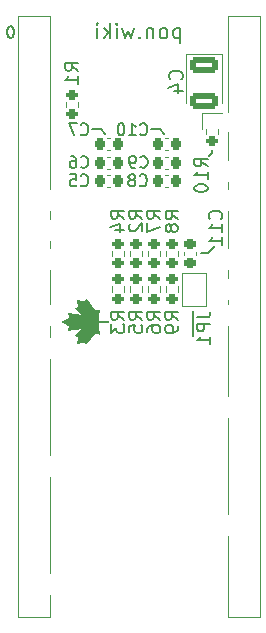
<source format=gbo>
G04 #@! TF.GenerationSoftware,KiCad,Pcbnew,7.0.8*
G04 #@! TF.CreationDate,2023-10-08T00:05:14-04:00*
G04 #@! TF.ProjectId,sfp-snoop,7366702d-736e-46f6-9f70-2e6b69636164,rev?*
G04 #@! TF.SameCoordinates,Original*
G04 #@! TF.FileFunction,Legend,Bot*
G04 #@! TF.FilePolarity,Positive*
%FSLAX46Y46*%
G04 Gerber Fmt 4.6, Leading zero omitted, Abs format (unit mm)*
G04 Created by KiCad (PCBNEW 7.0.8) date 2023-10-08 00:05:14*
%MOMM*%
%LPD*%
G01*
G04 APERTURE LIST*
G04 Aperture macros list*
%AMRoundRect*
0 Rectangle with rounded corners*
0 $1 Rounding radius*
0 $2 $3 $4 $5 $6 $7 $8 $9 X,Y pos of 4 corners*
0 Add a 4 corners polygon primitive as box body*
4,1,4,$2,$3,$4,$5,$6,$7,$8,$9,$2,$3,0*
0 Add four circle primitives for the rounded corners*
1,1,$1+$1,$2,$3*
1,1,$1+$1,$4,$5*
1,1,$1+$1,$6,$7*
1,1,$1+$1,$8,$9*
0 Add four rect primitives between the rounded corners*
20,1,$1+$1,$2,$3,$4,$5,0*
20,1,$1+$1,$4,$5,$6,$7,0*
20,1,$1+$1,$6,$7,$8,$9,0*
20,1,$1+$1,$8,$9,$2,$3,0*%
%AMFreePoly0*
4,1,6,1.000000,0.000000,0.500000,-0.750000,-0.500000,-0.750000,-0.500000,0.750000,0.500000,0.750000,1.000000,0.000000,1.000000,0.000000,$1*%
%AMFreePoly1*
4,1,6,0.500000,-0.750000,-0.650000,-0.750000,-0.150000,0.000000,-0.650000,0.750000,0.500000,0.750000,0.500000,-0.750000,0.500000,-0.750000,$1*%
%AMFreePoly2*
4,1,6,0.400000,-0.475000,0.000000,-0.750000,-0.400000,-0.475000,-0.400000,0.475000,0.400000,0.475000,0.400000,-0.475000,0.400000,-0.475000,$1*%
%AMFreePoly3*
4,1,6,0.400000,-0.475000,0.000000,-0.200000,-0.400000,-0.475000,-0.400000,0.275000,0.400000,0.275000,0.400000,-0.475000,0.400000,-0.475000,$1*%
G04 Aperture macros list end*
%ADD10C,0.150000*%
%ADD11C,0.120000*%
%ADD12C,0.200000*%
%ADD13C,1.700000*%
%ADD14O,1.700000X1.700000*%
%ADD15R,1.700000X1.700000*%
%ADD16C,1.550000*%
%ADD17C,1.350000*%
%ADD18RoundRect,0.225000X0.225000X0.250000X-0.225000X0.250000X-0.225000X-0.250000X0.225000X-0.250000X0*%
%ADD19RoundRect,0.200000X0.275000X-0.200000X0.275000X0.200000X-0.275000X0.200000X-0.275000X-0.200000X0*%
%ADD20RoundRect,0.200000X-0.275000X0.200000X-0.275000X-0.200000X0.275000X-0.200000X0.275000X0.200000X0*%
%ADD21RoundRect,0.225000X0.250000X-0.225000X0.250000X0.225000X-0.250000X0.225000X-0.250000X-0.225000X0*%
%ADD22RoundRect,0.225000X-0.225000X-0.250000X0.225000X-0.250000X0.225000X0.250000X-0.225000X0.250000X0*%
%ADD23RoundRect,0.250000X-0.925000X0.412500X-0.925000X-0.412500X0.925000X-0.412500X0.925000X0.412500X0*%
%ADD24FreePoly0,90.000000*%
%ADD25FreePoly1,90.000000*%
%ADD26FreePoly2,90.000000*%
%ADD27FreePoly3,270.000000*%
G04 APERTURE END LIST*
D10*
X134467600Y-71780400D02*
X135204200Y-71780400D01*
X144627600Y-73787000D02*
X144627600Y-73533000D01*
X144246600Y-82270600D02*
X144880052Y-81637148D01*
X143027400Y-87172800D02*
X143027400Y-89255600D01*
D11*
X145465800Y-70434200D02*
X143789400Y-70434200D01*
D10*
X140208000Y-71780400D02*
X140563600Y-72136000D01*
X144614900Y-73799700D02*
X144374500Y-74040100D01*
X143687800Y-82270600D02*
X144246600Y-82270600D01*
X135204200Y-71780400D02*
X135559800Y-72136000D01*
D11*
X143789400Y-70434200D02*
X143789400Y-71720942D01*
D10*
X139471400Y-71780400D02*
X140208000Y-71780400D01*
G36*
X131884730Y-88094467D02*
G01*
X131924356Y-88123190D01*
X131962117Y-88148234D01*
X132006769Y-88176279D01*
X132058314Y-88207325D01*
X132096506Y-88229690D01*
X132137761Y-88253388D01*
X132182079Y-88278420D01*
X132229460Y-88304786D01*
X132279905Y-88332486D01*
X132333412Y-88361520D01*
X132389983Y-88391887D01*
X132449617Y-88423588D01*
X132512314Y-88456623D01*
X132544811Y-88473641D01*
X132402868Y-88845867D01*
X132402868Y-88859764D01*
X132447940Y-88851720D01*
X132505731Y-88842106D01*
X132551325Y-88834824D01*
X132602572Y-88826845D01*
X132659472Y-88818167D01*
X132722025Y-88808792D01*
X132790232Y-88798719D01*
X132864091Y-88787947D01*
X132943604Y-88776478D01*
X132985481Y-88770482D01*
X133028770Y-88764311D01*
X133073473Y-88757966D01*
X133119590Y-88751446D01*
X133167119Y-88744752D01*
X133216062Y-88737883D01*
X133266418Y-88730840D01*
X133318188Y-88723622D01*
X133371371Y-88716230D01*
X133425967Y-88708663D01*
X133481976Y-88700922D01*
X133539399Y-88693006D01*
X132998430Y-89245886D01*
X132998430Y-89270701D01*
X133048809Y-89285366D01*
X133094232Y-89299211D01*
X133134700Y-89312236D01*
X133180949Y-89328327D01*
X133218389Y-89342961D01*
X133258031Y-89362177D01*
X133280329Y-89384851D01*
X133275390Y-89429444D01*
X133268131Y-89476251D01*
X133260570Y-89521535D01*
X133251195Y-89575543D01*
X133243937Y-89616395D01*
X133235872Y-89661124D01*
X133227000Y-89709730D01*
X133217322Y-89762214D01*
X133206838Y-89818575D01*
X133195547Y-89878814D01*
X133183450Y-89942930D01*
X133177099Y-89976442D01*
X133204892Y-89990338D01*
X133251652Y-89976023D01*
X133297638Y-89962111D01*
X133342848Y-89948603D01*
X133387282Y-89935497D01*
X133430941Y-89922795D01*
X133473825Y-89910496D01*
X133515933Y-89898600D01*
X133557266Y-89887108D01*
X133597823Y-89876018D01*
X133637604Y-89865332D01*
X133676611Y-89855050D01*
X133733666Y-89840382D01*
X133788976Y-89826621D01*
X133842542Y-89813767D01*
X133860010Y-89809685D01*
X133875038Y-89855158D01*
X133890346Y-89897282D01*
X133905933Y-89936055D01*
X133925809Y-89979811D01*
X133946122Y-90018333D01*
X133971072Y-90057649D01*
X133988055Y-90079673D01*
X134788093Y-89051336D01*
X135111682Y-89154567D01*
X135123593Y-89128759D01*
X135119929Y-89080730D01*
X135115349Y-89033815D01*
X135111278Y-88994057D01*
X135106392Y-88947513D01*
X135100692Y-88894184D01*
X135094178Y-88834069D01*
X135086850Y-88767169D01*
X135078708Y-88693484D01*
X135069751Y-88613014D01*
X135064967Y-88570234D01*
X135059980Y-88525758D01*
X135054789Y-88479585D01*
X135049395Y-88431716D01*
X135043797Y-88382151D01*
X135037996Y-88330889D01*
X135031991Y-88277932D01*
X135025782Y-88223277D01*
X135019370Y-88166927D01*
X135058067Y-88176759D01*
X135097785Y-88189757D01*
X135139121Y-88189757D01*
X135179377Y-88189757D01*
X135256648Y-88189757D01*
X135329601Y-88189757D01*
X135398234Y-88189757D01*
X135462548Y-88189757D01*
X135522542Y-88189757D01*
X135578217Y-88189757D01*
X135629572Y-88189757D01*
X135676609Y-88189757D01*
X135719325Y-88189757D01*
X135775302Y-88189757D01*
X135821560Y-88189757D01*
X135868119Y-88189757D01*
X135884920Y-88189757D01*
X135884920Y-88012081D01*
X135860104Y-87999177D01*
X135818908Y-87999177D01*
X135764594Y-87999177D01*
X135711400Y-87999177D01*
X135670005Y-87999177D01*
X135623865Y-87999177D01*
X135572979Y-87999177D01*
X135517346Y-87999177D01*
X135456968Y-87999177D01*
X135391844Y-87999177D01*
X135321974Y-87999177D01*
X135247358Y-87999177D01*
X135167997Y-87999177D01*
X135126536Y-87999177D01*
X135083889Y-87999177D01*
X135019370Y-88024985D01*
X135025721Y-87967644D01*
X135031870Y-87912006D01*
X135037818Y-87858070D01*
X135043564Y-87805836D01*
X135049109Y-87755305D01*
X135054452Y-87706475D01*
X135059593Y-87659348D01*
X135064533Y-87613923D01*
X135069271Y-87570200D01*
X135073808Y-87528179D01*
X135078143Y-87487860D01*
X135086208Y-87412329D01*
X135093466Y-87343607D01*
X135099918Y-87281694D01*
X135105563Y-87226589D01*
X135110402Y-87178292D01*
X135114435Y-87136805D01*
X135118971Y-87087339D01*
X135122197Y-87045216D01*
X135122600Y-87034367D01*
X135110689Y-87023448D01*
X135066499Y-87038837D01*
X135023010Y-87052995D01*
X134983856Y-87065193D01*
X134940825Y-87078166D01*
X134893917Y-87091916D01*
X134843131Y-87106440D01*
X134802498Y-87117842D01*
X134774197Y-87125686D01*
X134736769Y-87075762D01*
X134700170Y-87026988D01*
X134664402Y-86979364D01*
X134629463Y-86932889D01*
X134595354Y-86887563D01*
X134562074Y-86843388D01*
X134529625Y-86800362D01*
X134498005Y-86758485D01*
X134467215Y-86717758D01*
X134437255Y-86678181D01*
X134408124Y-86639754D01*
X134379823Y-86602476D01*
X134352352Y-86566348D01*
X134325711Y-86531369D01*
X134299899Y-86497540D01*
X134274918Y-86464861D01*
X134250766Y-86433331D01*
X134204951Y-86373721D01*
X134162455Y-86318709D01*
X134123278Y-86268295D01*
X134087420Y-86222481D01*
X134054882Y-86181264D01*
X134025662Y-86144647D01*
X133999761Y-86112627D01*
X133988055Y-86098342D01*
X133963240Y-86098342D01*
X133860010Y-86367338D01*
X133819514Y-86358693D01*
X133769760Y-86345991D01*
X133719742Y-86332759D01*
X133680348Y-86322174D01*
X133636116Y-86310178D01*
X133587044Y-86296770D01*
X133533133Y-86281951D01*
X133474383Y-86265720D01*
X133410795Y-86248078D01*
X133342367Y-86229025D01*
X133269101Y-86208560D01*
X133230653Y-86197798D01*
X133190995Y-86186684D01*
X133177099Y-86214477D01*
X133294226Y-86804083D01*
X133246087Y-86822354D01*
X133202170Y-86838828D01*
X133162475Y-86853505D01*
X133116118Y-86870278D01*
X133077267Y-86883857D01*
X133039259Y-86896337D01*
X133000402Y-86906221D01*
X132998430Y-86906321D01*
X132998430Y-86933121D01*
X133539399Y-87487986D01*
X133525502Y-87487986D01*
X133461963Y-87478399D01*
X133400260Y-87469115D01*
X133340393Y-87460136D01*
X133282361Y-87451462D01*
X133226166Y-87443091D01*
X133171806Y-87435026D01*
X133119282Y-87427264D01*
X133068595Y-87419807D01*
X133019743Y-87412654D01*
X132972727Y-87405806D01*
X132927547Y-87399262D01*
X132884203Y-87393022D01*
X132842695Y-87387087D01*
X132803023Y-87381456D01*
X132729187Y-87371107D01*
X132662694Y-87361976D01*
X132603545Y-87354063D01*
X132551739Y-87347366D01*
X132507278Y-87341888D01*
X132454355Y-87335952D01*
X132409494Y-87332300D01*
X132402868Y-87332148D01*
X132402868Y-87343066D01*
X132416730Y-87382460D01*
X132434057Y-87426585D01*
X132452909Y-87473609D01*
X132469958Y-87515717D01*
X132489503Y-87563688D01*
X132511543Y-87617521D01*
X132527622Y-87656667D01*
X132544811Y-87698418D01*
X132505582Y-87720921D01*
X132467554Y-87742771D01*
X132430726Y-87763968D01*
X132395098Y-87784511D01*
X132360670Y-87804401D01*
X132295414Y-87842221D01*
X132234959Y-87877427D01*
X132179303Y-87910020D01*
X132128448Y-87940000D01*
X132082392Y-87967366D01*
X132041137Y-87992119D01*
X132004682Y-88014259D01*
X131959000Y-88042568D01*
X131924119Y-88064998D01*
X131889984Y-88089314D01*
X131884730Y-88094467D01*
G37*
X141932619Y-63233059D02*
X141932619Y-64503059D01*
X141932619Y-63293535D02*
X141811666Y-63233059D01*
X141811666Y-63233059D02*
X141569761Y-63233059D01*
X141569761Y-63233059D02*
X141448809Y-63293535D01*
X141448809Y-63293535D02*
X141388333Y-63354011D01*
X141388333Y-63354011D02*
X141327857Y-63474964D01*
X141327857Y-63474964D02*
X141327857Y-63837821D01*
X141327857Y-63837821D02*
X141388333Y-63958773D01*
X141388333Y-63958773D02*
X141448809Y-64019250D01*
X141448809Y-64019250D02*
X141569761Y-64079726D01*
X141569761Y-64079726D02*
X141811666Y-64079726D01*
X141811666Y-64079726D02*
X141932619Y-64019250D01*
X140602142Y-64079726D02*
X140723094Y-64019250D01*
X140723094Y-64019250D02*
X140783571Y-63958773D01*
X140783571Y-63958773D02*
X140844047Y-63837821D01*
X140844047Y-63837821D02*
X140844047Y-63474964D01*
X140844047Y-63474964D02*
X140783571Y-63354011D01*
X140783571Y-63354011D02*
X140723094Y-63293535D01*
X140723094Y-63293535D02*
X140602142Y-63233059D01*
X140602142Y-63233059D02*
X140420713Y-63233059D01*
X140420713Y-63233059D02*
X140299761Y-63293535D01*
X140299761Y-63293535D02*
X140239285Y-63354011D01*
X140239285Y-63354011D02*
X140178809Y-63474964D01*
X140178809Y-63474964D02*
X140178809Y-63837821D01*
X140178809Y-63837821D02*
X140239285Y-63958773D01*
X140239285Y-63958773D02*
X140299761Y-64019250D01*
X140299761Y-64019250D02*
X140420713Y-64079726D01*
X140420713Y-64079726D02*
X140602142Y-64079726D01*
X139634523Y-63233059D02*
X139634523Y-64079726D01*
X139634523Y-63354011D02*
X139574046Y-63293535D01*
X139574046Y-63293535D02*
X139453094Y-63233059D01*
X139453094Y-63233059D02*
X139271665Y-63233059D01*
X139271665Y-63233059D02*
X139150713Y-63293535D01*
X139150713Y-63293535D02*
X139090237Y-63414488D01*
X139090237Y-63414488D02*
X139090237Y-64079726D01*
X138485475Y-63958773D02*
X138424998Y-64019250D01*
X138424998Y-64019250D02*
X138485475Y-64079726D01*
X138485475Y-64079726D02*
X138545951Y-64019250D01*
X138545951Y-64019250D02*
X138485475Y-63958773D01*
X138485475Y-63958773D02*
X138485475Y-64079726D01*
X138001665Y-63233059D02*
X137759760Y-64079726D01*
X137759760Y-64079726D02*
X137517855Y-63474964D01*
X137517855Y-63474964D02*
X137275951Y-64079726D01*
X137275951Y-64079726D02*
X137034046Y-63233059D01*
X136550237Y-64079726D02*
X136550237Y-63233059D01*
X136550237Y-62809726D02*
X136610713Y-62870202D01*
X136610713Y-62870202D02*
X136550237Y-62930678D01*
X136550237Y-62930678D02*
X136489760Y-62870202D01*
X136489760Y-62870202D02*
X136550237Y-62809726D01*
X136550237Y-62809726D02*
X136550237Y-62930678D01*
X135945475Y-64079726D02*
X135945475Y-62809726D01*
X135824522Y-63595916D02*
X135461665Y-64079726D01*
X135461665Y-63233059D02*
X135945475Y-63716869D01*
X134917380Y-64079726D02*
X134917380Y-63233059D01*
X134917380Y-62809726D02*
X134977856Y-62870202D01*
X134977856Y-62870202D02*
X134917380Y-62930678D01*
X134917380Y-62930678D02*
X134856903Y-62870202D01*
X134856903Y-62870202D02*
X134917380Y-62809726D01*
X134917380Y-62809726D02*
X134917380Y-62930678D01*
X127615744Y-64045180D02*
X127520506Y-64045180D01*
X127520506Y-64045180D02*
X127425268Y-63997561D01*
X127425268Y-63997561D02*
X127377649Y-63949942D01*
X127377649Y-63949942D02*
X127330030Y-63854704D01*
X127330030Y-63854704D02*
X127282411Y-63664228D01*
X127282411Y-63664228D02*
X127282411Y-63426133D01*
X127282411Y-63426133D02*
X127330030Y-63235657D01*
X127330030Y-63235657D02*
X127377649Y-63140419D01*
X127377649Y-63140419D02*
X127425268Y-63092800D01*
X127425268Y-63092800D02*
X127520506Y-63045180D01*
X127520506Y-63045180D02*
X127615744Y-63045180D01*
X127615744Y-63045180D02*
X127710982Y-63092800D01*
X127710982Y-63092800D02*
X127758601Y-63140419D01*
X127758601Y-63140419D02*
X127806220Y-63235657D01*
X127806220Y-63235657D02*
X127853839Y-63426133D01*
X127853839Y-63426133D02*
X127853839Y-63664228D01*
X127853839Y-63664228D02*
X127806220Y-63854704D01*
X127806220Y-63854704D02*
X127758601Y-63949942D01*
X127758601Y-63949942D02*
X127710982Y-63997561D01*
X127710982Y-63997561D02*
X127615744Y-64045180D01*
X133516666Y-72190780D02*
X133564285Y-72238400D01*
X133564285Y-72238400D02*
X133707142Y-72286019D01*
X133707142Y-72286019D02*
X133802380Y-72286019D01*
X133802380Y-72286019D02*
X133945237Y-72238400D01*
X133945237Y-72238400D02*
X134040475Y-72143161D01*
X134040475Y-72143161D02*
X134088094Y-72047923D01*
X134088094Y-72047923D02*
X134135713Y-71857447D01*
X134135713Y-71857447D02*
X134135713Y-71714590D01*
X134135713Y-71714590D02*
X134088094Y-71524114D01*
X134088094Y-71524114D02*
X134040475Y-71428876D01*
X134040475Y-71428876D02*
X133945237Y-71333638D01*
X133945237Y-71333638D02*
X133802380Y-71286019D01*
X133802380Y-71286019D02*
X133707142Y-71286019D01*
X133707142Y-71286019D02*
X133564285Y-71333638D01*
X133564285Y-71333638D02*
X133516666Y-71381257D01*
X133183332Y-71286019D02*
X132516666Y-71286019D01*
X132516666Y-71286019D02*
X132945237Y-72286019D01*
X138722373Y-87922100D02*
X138178087Y-87541100D01*
X138722373Y-87268957D02*
X137579373Y-87268957D01*
X137579373Y-87268957D02*
X137579373Y-87704386D01*
X137579373Y-87704386D02*
X137633802Y-87813243D01*
X137633802Y-87813243D02*
X137688230Y-87867672D01*
X137688230Y-87867672D02*
X137797087Y-87922100D01*
X137797087Y-87922100D02*
X137960373Y-87922100D01*
X137960373Y-87922100D02*
X138069230Y-87867672D01*
X138069230Y-87867672D02*
X138123659Y-87813243D01*
X138123659Y-87813243D02*
X138178087Y-87704386D01*
X138178087Y-87704386D02*
X138178087Y-87268957D01*
X137579373Y-88956243D02*
X137579373Y-88411957D01*
X137579373Y-88411957D02*
X138123659Y-88357529D01*
X138123659Y-88357529D02*
X138069230Y-88411957D01*
X138069230Y-88411957D02*
X138014802Y-88520815D01*
X138014802Y-88520815D02*
X138014802Y-88792957D01*
X138014802Y-88792957D02*
X138069230Y-88901815D01*
X138069230Y-88901815D02*
X138123659Y-88956243D01*
X138123659Y-88956243D02*
X138232516Y-89010672D01*
X138232516Y-89010672D02*
X138504659Y-89010672D01*
X138504659Y-89010672D02*
X138613516Y-88956243D01*
X138613516Y-88956243D02*
X138667945Y-88901815D01*
X138667945Y-88901815D02*
X138722373Y-88792957D01*
X138722373Y-88792957D02*
X138722373Y-88520815D01*
X138722373Y-88520815D02*
X138667945Y-88411957D01*
X138667945Y-88411957D02*
X138613516Y-88357529D01*
X133516666Y-76508780D02*
X133564285Y-76556400D01*
X133564285Y-76556400D02*
X133707142Y-76604019D01*
X133707142Y-76604019D02*
X133802380Y-76604019D01*
X133802380Y-76604019D02*
X133945237Y-76556400D01*
X133945237Y-76556400D02*
X134040475Y-76461161D01*
X134040475Y-76461161D02*
X134088094Y-76365923D01*
X134088094Y-76365923D02*
X134135713Y-76175447D01*
X134135713Y-76175447D02*
X134135713Y-76032590D01*
X134135713Y-76032590D02*
X134088094Y-75842114D01*
X134088094Y-75842114D02*
X134040475Y-75746876D01*
X134040475Y-75746876D02*
X133945237Y-75651638D01*
X133945237Y-75651638D02*
X133802380Y-75604019D01*
X133802380Y-75604019D02*
X133707142Y-75604019D01*
X133707142Y-75604019D02*
X133564285Y-75651638D01*
X133564285Y-75651638D02*
X133516666Y-75699257D01*
X132611904Y-75604019D02*
X133088094Y-75604019D01*
X133088094Y-75604019D02*
X133135713Y-76080209D01*
X133135713Y-76080209D02*
X133088094Y-76032590D01*
X133088094Y-76032590D02*
X132992856Y-75984971D01*
X132992856Y-75984971D02*
X132754761Y-75984971D01*
X132754761Y-75984971D02*
X132659523Y-76032590D01*
X132659523Y-76032590D02*
X132611904Y-76080209D01*
X132611904Y-76080209D02*
X132564285Y-76175447D01*
X132564285Y-76175447D02*
X132564285Y-76413542D01*
X132564285Y-76413542D02*
X132611904Y-76508780D01*
X132611904Y-76508780D02*
X132659523Y-76556400D01*
X132659523Y-76556400D02*
X132754761Y-76604019D01*
X132754761Y-76604019D02*
X132992856Y-76604019D01*
X132992856Y-76604019D02*
X133088094Y-76556400D01*
X133088094Y-76556400D02*
X133135713Y-76508780D01*
X133516666Y-74959380D02*
X133564285Y-75007000D01*
X133564285Y-75007000D02*
X133707142Y-75054619D01*
X133707142Y-75054619D02*
X133802380Y-75054619D01*
X133802380Y-75054619D02*
X133945237Y-75007000D01*
X133945237Y-75007000D02*
X134040475Y-74911761D01*
X134040475Y-74911761D02*
X134088094Y-74816523D01*
X134088094Y-74816523D02*
X134135713Y-74626047D01*
X134135713Y-74626047D02*
X134135713Y-74483190D01*
X134135713Y-74483190D02*
X134088094Y-74292714D01*
X134088094Y-74292714D02*
X134040475Y-74197476D01*
X134040475Y-74197476D02*
X133945237Y-74102238D01*
X133945237Y-74102238D02*
X133802380Y-74054619D01*
X133802380Y-74054619D02*
X133707142Y-74054619D01*
X133707142Y-74054619D02*
X133564285Y-74102238D01*
X133564285Y-74102238D02*
X133516666Y-74149857D01*
X132659523Y-74054619D02*
X132849999Y-74054619D01*
X132849999Y-74054619D02*
X132945237Y-74102238D01*
X132945237Y-74102238D02*
X132992856Y-74149857D01*
X132992856Y-74149857D02*
X133088094Y-74292714D01*
X133088094Y-74292714D02*
X133135713Y-74483190D01*
X133135713Y-74483190D02*
X133135713Y-74864142D01*
X133135713Y-74864142D02*
X133088094Y-74959380D01*
X133088094Y-74959380D02*
X133040475Y-75007000D01*
X133040475Y-75007000D02*
X132945237Y-75054619D01*
X132945237Y-75054619D02*
X132754761Y-75054619D01*
X132754761Y-75054619D02*
X132659523Y-75007000D01*
X132659523Y-75007000D02*
X132611904Y-74959380D01*
X132611904Y-74959380D02*
X132564285Y-74864142D01*
X132564285Y-74864142D02*
X132564285Y-74626047D01*
X132564285Y-74626047D02*
X132611904Y-74530809D01*
X132611904Y-74530809D02*
X132659523Y-74483190D01*
X132659523Y-74483190D02*
X132754761Y-74435571D01*
X132754761Y-74435571D02*
X132945237Y-74435571D01*
X132945237Y-74435571D02*
X133040475Y-74483190D01*
X133040475Y-74483190D02*
X133088094Y-74530809D01*
X133088094Y-74530809D02*
X133135713Y-74626047D01*
X133312173Y-66840100D02*
X132767887Y-66459100D01*
X133312173Y-66186957D02*
X132169173Y-66186957D01*
X132169173Y-66186957D02*
X132169173Y-66622386D01*
X132169173Y-66622386D02*
X132223602Y-66731243D01*
X132223602Y-66731243D02*
X132278030Y-66785672D01*
X132278030Y-66785672D02*
X132386887Y-66840100D01*
X132386887Y-66840100D02*
X132550173Y-66840100D01*
X132550173Y-66840100D02*
X132659030Y-66785672D01*
X132659030Y-66785672D02*
X132713459Y-66731243D01*
X132713459Y-66731243D02*
X132767887Y-66622386D01*
X132767887Y-66622386D02*
X132767887Y-66186957D01*
X133312173Y-67928672D02*
X133312173Y-67275529D01*
X133312173Y-67602100D02*
X132169173Y-67602100D01*
X132169173Y-67602100D02*
X132332459Y-67493243D01*
X132332459Y-67493243D02*
X132441316Y-67384386D01*
X132441316Y-67384386D02*
X132495745Y-67275529D01*
X138722373Y-79336900D02*
X138178087Y-78955900D01*
X138722373Y-78683757D02*
X137579373Y-78683757D01*
X137579373Y-78683757D02*
X137579373Y-79119186D01*
X137579373Y-79119186D02*
X137633802Y-79228043D01*
X137633802Y-79228043D02*
X137688230Y-79282472D01*
X137688230Y-79282472D02*
X137797087Y-79336900D01*
X137797087Y-79336900D02*
X137960373Y-79336900D01*
X137960373Y-79336900D02*
X138069230Y-79282472D01*
X138069230Y-79282472D02*
X138123659Y-79228043D01*
X138123659Y-79228043D02*
X138178087Y-79119186D01*
X138178087Y-79119186D02*
X138178087Y-78683757D01*
X137688230Y-79772329D02*
X137633802Y-79826757D01*
X137633802Y-79826757D02*
X137579373Y-79935615D01*
X137579373Y-79935615D02*
X137579373Y-80207757D01*
X137579373Y-80207757D02*
X137633802Y-80316615D01*
X137633802Y-80316615D02*
X137688230Y-80371043D01*
X137688230Y-80371043D02*
X137797087Y-80425472D01*
X137797087Y-80425472D02*
X137905945Y-80425472D01*
X137905945Y-80425472D02*
X138069230Y-80371043D01*
X138069230Y-80371043D02*
X138722373Y-79717900D01*
X138722373Y-79717900D02*
X138722373Y-80425472D01*
X145369916Y-79376814D02*
X145424345Y-79322386D01*
X145424345Y-79322386D02*
X145478773Y-79159100D01*
X145478773Y-79159100D02*
X145478773Y-79050243D01*
X145478773Y-79050243D02*
X145424345Y-78886957D01*
X145424345Y-78886957D02*
X145315487Y-78778100D01*
X145315487Y-78778100D02*
X145206630Y-78723671D01*
X145206630Y-78723671D02*
X144988916Y-78669243D01*
X144988916Y-78669243D02*
X144825630Y-78669243D01*
X144825630Y-78669243D02*
X144607916Y-78723671D01*
X144607916Y-78723671D02*
X144499059Y-78778100D01*
X144499059Y-78778100D02*
X144390202Y-78886957D01*
X144390202Y-78886957D02*
X144335773Y-79050243D01*
X144335773Y-79050243D02*
X144335773Y-79159100D01*
X144335773Y-79159100D02*
X144390202Y-79322386D01*
X144390202Y-79322386D02*
X144444630Y-79376814D01*
X145478773Y-80465386D02*
X145478773Y-79812243D01*
X145478773Y-80138814D02*
X144335773Y-80138814D01*
X144335773Y-80138814D02*
X144499059Y-80029957D01*
X144499059Y-80029957D02*
X144607916Y-79921100D01*
X144607916Y-79921100D02*
X144662345Y-79812243D01*
X145478773Y-81553957D02*
X145478773Y-80900814D01*
X145478773Y-81227385D02*
X144335773Y-81227385D01*
X144335773Y-81227385D02*
X144499059Y-81118528D01*
X144499059Y-81118528D02*
X144607916Y-81009671D01*
X144607916Y-81009671D02*
X144662345Y-80900814D01*
X137198373Y-87922100D02*
X136654087Y-87541100D01*
X137198373Y-87268957D02*
X136055373Y-87268957D01*
X136055373Y-87268957D02*
X136055373Y-87704386D01*
X136055373Y-87704386D02*
X136109802Y-87813243D01*
X136109802Y-87813243D02*
X136164230Y-87867672D01*
X136164230Y-87867672D02*
X136273087Y-87922100D01*
X136273087Y-87922100D02*
X136436373Y-87922100D01*
X136436373Y-87922100D02*
X136545230Y-87867672D01*
X136545230Y-87867672D02*
X136599659Y-87813243D01*
X136599659Y-87813243D02*
X136654087Y-87704386D01*
X136654087Y-87704386D02*
X136654087Y-87268957D01*
X136055373Y-88303100D02*
X136055373Y-89010672D01*
X136055373Y-89010672D02*
X136490802Y-88629672D01*
X136490802Y-88629672D02*
X136490802Y-88792957D01*
X136490802Y-88792957D02*
X136545230Y-88901815D01*
X136545230Y-88901815D02*
X136599659Y-88956243D01*
X136599659Y-88956243D02*
X136708516Y-89010672D01*
X136708516Y-89010672D02*
X136980659Y-89010672D01*
X136980659Y-89010672D02*
X137089516Y-88956243D01*
X137089516Y-88956243D02*
X137143945Y-88901815D01*
X137143945Y-88901815D02*
X137198373Y-88792957D01*
X137198373Y-88792957D02*
X137198373Y-88466386D01*
X137198373Y-88466386D02*
X137143945Y-88357529D01*
X137143945Y-88357529D02*
X137089516Y-88303100D01*
X138537792Y-72190780D02*
X138585411Y-72238400D01*
X138585411Y-72238400D02*
X138728268Y-72286019D01*
X138728268Y-72286019D02*
X138823506Y-72286019D01*
X138823506Y-72286019D02*
X138966363Y-72238400D01*
X138966363Y-72238400D02*
X139061601Y-72143161D01*
X139061601Y-72143161D02*
X139109220Y-72047923D01*
X139109220Y-72047923D02*
X139156839Y-71857447D01*
X139156839Y-71857447D02*
X139156839Y-71714590D01*
X139156839Y-71714590D02*
X139109220Y-71524114D01*
X139109220Y-71524114D02*
X139061601Y-71428876D01*
X139061601Y-71428876D02*
X138966363Y-71333638D01*
X138966363Y-71333638D02*
X138823506Y-71286019D01*
X138823506Y-71286019D02*
X138728268Y-71286019D01*
X138728268Y-71286019D02*
X138585411Y-71333638D01*
X138585411Y-71333638D02*
X138537792Y-71381257D01*
X137585411Y-72286019D02*
X138156839Y-72286019D01*
X137871125Y-72286019D02*
X137871125Y-71286019D01*
X137871125Y-71286019D02*
X137966363Y-71428876D01*
X137966363Y-71428876D02*
X138061601Y-71524114D01*
X138061601Y-71524114D02*
X138156839Y-71571733D01*
X136966363Y-71286019D02*
X136871125Y-71286019D01*
X136871125Y-71286019D02*
X136775887Y-71333638D01*
X136775887Y-71333638D02*
X136728268Y-71381257D01*
X136728268Y-71381257D02*
X136680649Y-71476495D01*
X136680649Y-71476495D02*
X136633030Y-71666971D01*
X136633030Y-71666971D02*
X136633030Y-71905066D01*
X136633030Y-71905066D02*
X136680649Y-72095542D01*
X136680649Y-72095542D02*
X136728268Y-72190780D01*
X136728268Y-72190780D02*
X136775887Y-72238400D01*
X136775887Y-72238400D02*
X136871125Y-72286019D01*
X136871125Y-72286019D02*
X136966363Y-72286019D01*
X136966363Y-72286019D02*
X137061601Y-72238400D01*
X137061601Y-72238400D02*
X137109220Y-72190780D01*
X137109220Y-72190780D02*
X137156839Y-72095542D01*
X137156839Y-72095542D02*
X137204458Y-71905066D01*
X137204458Y-71905066D02*
X137204458Y-71666971D01*
X137204458Y-71666971D02*
X137156839Y-71476495D01*
X137156839Y-71476495D02*
X137109220Y-71381257D01*
X137109220Y-71381257D02*
X137061601Y-71333638D01*
X137061601Y-71333638D02*
X136966363Y-71286019D01*
X142017116Y-67539400D02*
X142071545Y-67484972D01*
X142071545Y-67484972D02*
X142125973Y-67321686D01*
X142125973Y-67321686D02*
X142125973Y-67212829D01*
X142125973Y-67212829D02*
X142071545Y-67049543D01*
X142071545Y-67049543D02*
X141962687Y-66940686D01*
X141962687Y-66940686D02*
X141853830Y-66886257D01*
X141853830Y-66886257D02*
X141636116Y-66831829D01*
X141636116Y-66831829D02*
X141472830Y-66831829D01*
X141472830Y-66831829D02*
X141255116Y-66886257D01*
X141255116Y-66886257D02*
X141146259Y-66940686D01*
X141146259Y-66940686D02*
X141037402Y-67049543D01*
X141037402Y-67049543D02*
X140982973Y-67212829D01*
X140982973Y-67212829D02*
X140982973Y-67321686D01*
X140982973Y-67321686D02*
X141037402Y-67484972D01*
X141037402Y-67484972D02*
X141091830Y-67539400D01*
X141363973Y-68519115D02*
X142125973Y-68519115D01*
X140928545Y-68246972D02*
X141744973Y-67974829D01*
X141744973Y-67974829D02*
X141744973Y-68682400D01*
X138545866Y-74959380D02*
X138593485Y-75007000D01*
X138593485Y-75007000D02*
X138736342Y-75054619D01*
X138736342Y-75054619D02*
X138831580Y-75054619D01*
X138831580Y-75054619D02*
X138974437Y-75007000D01*
X138974437Y-75007000D02*
X139069675Y-74911761D01*
X139069675Y-74911761D02*
X139117294Y-74816523D01*
X139117294Y-74816523D02*
X139164913Y-74626047D01*
X139164913Y-74626047D02*
X139164913Y-74483190D01*
X139164913Y-74483190D02*
X139117294Y-74292714D01*
X139117294Y-74292714D02*
X139069675Y-74197476D01*
X139069675Y-74197476D02*
X138974437Y-74102238D01*
X138974437Y-74102238D02*
X138831580Y-74054619D01*
X138831580Y-74054619D02*
X138736342Y-74054619D01*
X138736342Y-74054619D02*
X138593485Y-74102238D01*
X138593485Y-74102238D02*
X138545866Y-74149857D01*
X138069675Y-75054619D02*
X137879199Y-75054619D01*
X137879199Y-75054619D02*
X137783961Y-75007000D01*
X137783961Y-75007000D02*
X137736342Y-74959380D01*
X137736342Y-74959380D02*
X137641104Y-74816523D01*
X137641104Y-74816523D02*
X137593485Y-74626047D01*
X137593485Y-74626047D02*
X137593485Y-74245095D01*
X137593485Y-74245095D02*
X137641104Y-74149857D01*
X137641104Y-74149857D02*
X137688723Y-74102238D01*
X137688723Y-74102238D02*
X137783961Y-74054619D01*
X137783961Y-74054619D02*
X137974437Y-74054619D01*
X137974437Y-74054619D02*
X138069675Y-74102238D01*
X138069675Y-74102238D02*
X138117294Y-74149857D01*
X138117294Y-74149857D02*
X138164913Y-74245095D01*
X138164913Y-74245095D02*
X138164913Y-74483190D01*
X138164913Y-74483190D02*
X138117294Y-74578428D01*
X138117294Y-74578428D02*
X138069675Y-74626047D01*
X138069675Y-74626047D02*
X137974437Y-74673666D01*
X137974437Y-74673666D02*
X137783961Y-74673666D01*
X137783961Y-74673666D02*
X137688723Y-74626047D01*
X137688723Y-74626047D02*
X137641104Y-74578428D01*
X137641104Y-74578428D02*
X137593485Y-74483190D01*
X141704219Y-79387700D02*
X141228028Y-79006700D01*
X141704219Y-78734557D02*
X140704219Y-78734557D01*
X140704219Y-78734557D02*
X140704219Y-79169986D01*
X140704219Y-79169986D02*
X140751838Y-79278843D01*
X140751838Y-79278843D02*
X140799457Y-79333272D01*
X140799457Y-79333272D02*
X140894695Y-79387700D01*
X140894695Y-79387700D02*
X141037552Y-79387700D01*
X141037552Y-79387700D02*
X141132790Y-79333272D01*
X141132790Y-79333272D02*
X141180409Y-79278843D01*
X141180409Y-79278843D02*
X141228028Y-79169986D01*
X141228028Y-79169986D02*
X141228028Y-78734557D01*
X141132790Y-80040843D02*
X141085171Y-79931986D01*
X141085171Y-79931986D02*
X141037552Y-79877557D01*
X141037552Y-79877557D02*
X140942314Y-79823129D01*
X140942314Y-79823129D02*
X140894695Y-79823129D01*
X140894695Y-79823129D02*
X140799457Y-79877557D01*
X140799457Y-79877557D02*
X140751838Y-79931986D01*
X140751838Y-79931986D02*
X140704219Y-80040843D01*
X140704219Y-80040843D02*
X140704219Y-80258557D01*
X140704219Y-80258557D02*
X140751838Y-80367415D01*
X140751838Y-80367415D02*
X140799457Y-80421843D01*
X140799457Y-80421843D02*
X140894695Y-80476272D01*
X140894695Y-80476272D02*
X140942314Y-80476272D01*
X140942314Y-80476272D02*
X141037552Y-80421843D01*
X141037552Y-80421843D02*
X141085171Y-80367415D01*
X141085171Y-80367415D02*
X141132790Y-80258557D01*
X141132790Y-80258557D02*
X141132790Y-80040843D01*
X141132790Y-80040843D02*
X141180409Y-79931986D01*
X141180409Y-79931986D02*
X141228028Y-79877557D01*
X141228028Y-79877557D02*
X141323266Y-79823129D01*
X141323266Y-79823129D02*
X141513742Y-79823129D01*
X141513742Y-79823129D02*
X141608980Y-79877557D01*
X141608980Y-79877557D02*
X141656600Y-79931986D01*
X141656600Y-79931986D02*
X141704219Y-80040843D01*
X141704219Y-80040843D02*
X141704219Y-80258557D01*
X141704219Y-80258557D02*
X141656600Y-80367415D01*
X141656600Y-80367415D02*
X141608980Y-80421843D01*
X141608980Y-80421843D02*
X141513742Y-80476272D01*
X141513742Y-80476272D02*
X141323266Y-80476272D01*
X141323266Y-80476272D02*
X141228028Y-80421843D01*
X141228028Y-80421843D02*
X141180409Y-80367415D01*
X141180409Y-80367415D02*
X141132790Y-80258557D01*
X140246373Y-87922100D02*
X139702087Y-87541100D01*
X140246373Y-87268957D02*
X139103373Y-87268957D01*
X139103373Y-87268957D02*
X139103373Y-87704386D01*
X139103373Y-87704386D02*
X139157802Y-87813243D01*
X139157802Y-87813243D02*
X139212230Y-87867672D01*
X139212230Y-87867672D02*
X139321087Y-87922100D01*
X139321087Y-87922100D02*
X139484373Y-87922100D01*
X139484373Y-87922100D02*
X139593230Y-87867672D01*
X139593230Y-87867672D02*
X139647659Y-87813243D01*
X139647659Y-87813243D02*
X139702087Y-87704386D01*
X139702087Y-87704386D02*
X139702087Y-87268957D01*
X139103373Y-88901815D02*
X139103373Y-88684100D01*
X139103373Y-88684100D02*
X139157802Y-88575243D01*
X139157802Y-88575243D02*
X139212230Y-88520815D01*
X139212230Y-88520815D02*
X139375516Y-88411957D01*
X139375516Y-88411957D02*
X139593230Y-88357529D01*
X139593230Y-88357529D02*
X140028659Y-88357529D01*
X140028659Y-88357529D02*
X140137516Y-88411957D01*
X140137516Y-88411957D02*
X140191945Y-88466386D01*
X140191945Y-88466386D02*
X140246373Y-88575243D01*
X140246373Y-88575243D02*
X140246373Y-88792957D01*
X140246373Y-88792957D02*
X140191945Y-88901815D01*
X140191945Y-88901815D02*
X140137516Y-88956243D01*
X140137516Y-88956243D02*
X140028659Y-89010672D01*
X140028659Y-89010672D02*
X139756516Y-89010672D01*
X139756516Y-89010672D02*
X139647659Y-88956243D01*
X139647659Y-88956243D02*
X139593230Y-88901815D01*
X139593230Y-88901815D02*
X139538802Y-88792957D01*
X139538802Y-88792957D02*
X139538802Y-88575243D01*
X139538802Y-88575243D02*
X139593230Y-88466386D01*
X139593230Y-88466386D02*
X139647659Y-88411957D01*
X139647659Y-88411957D02*
X139756516Y-88357529D01*
X143345173Y-87693500D02*
X144161602Y-87693500D01*
X144161602Y-87693500D02*
X144324887Y-87639071D01*
X144324887Y-87639071D02*
X144433745Y-87530214D01*
X144433745Y-87530214D02*
X144488173Y-87366928D01*
X144488173Y-87366928D02*
X144488173Y-87258071D01*
X144488173Y-88237785D02*
X143345173Y-88237785D01*
X143345173Y-88237785D02*
X143345173Y-88673214D01*
X143345173Y-88673214D02*
X143399602Y-88782071D01*
X143399602Y-88782071D02*
X143454030Y-88836500D01*
X143454030Y-88836500D02*
X143562887Y-88890928D01*
X143562887Y-88890928D02*
X143726173Y-88890928D01*
X143726173Y-88890928D02*
X143835030Y-88836500D01*
X143835030Y-88836500D02*
X143889459Y-88782071D01*
X143889459Y-88782071D02*
X143943887Y-88673214D01*
X143943887Y-88673214D02*
X143943887Y-88237785D01*
X144488173Y-89979500D02*
X144488173Y-89326357D01*
X144488173Y-89652928D02*
X143345173Y-89652928D01*
X143345173Y-89652928D02*
X143508459Y-89544071D01*
X143508459Y-89544071D02*
X143617316Y-89435214D01*
X143617316Y-89435214D02*
X143671745Y-89326357D01*
X138495066Y-76508780D02*
X138542685Y-76556400D01*
X138542685Y-76556400D02*
X138685542Y-76604019D01*
X138685542Y-76604019D02*
X138780780Y-76604019D01*
X138780780Y-76604019D02*
X138923637Y-76556400D01*
X138923637Y-76556400D02*
X139018875Y-76461161D01*
X139018875Y-76461161D02*
X139066494Y-76365923D01*
X139066494Y-76365923D02*
X139114113Y-76175447D01*
X139114113Y-76175447D02*
X139114113Y-76032590D01*
X139114113Y-76032590D02*
X139066494Y-75842114D01*
X139066494Y-75842114D02*
X139018875Y-75746876D01*
X139018875Y-75746876D02*
X138923637Y-75651638D01*
X138923637Y-75651638D02*
X138780780Y-75604019D01*
X138780780Y-75604019D02*
X138685542Y-75604019D01*
X138685542Y-75604019D02*
X138542685Y-75651638D01*
X138542685Y-75651638D02*
X138495066Y-75699257D01*
X137923637Y-76032590D02*
X138018875Y-75984971D01*
X138018875Y-75984971D02*
X138066494Y-75937352D01*
X138066494Y-75937352D02*
X138114113Y-75842114D01*
X138114113Y-75842114D02*
X138114113Y-75794495D01*
X138114113Y-75794495D02*
X138066494Y-75699257D01*
X138066494Y-75699257D02*
X138018875Y-75651638D01*
X138018875Y-75651638D02*
X137923637Y-75604019D01*
X137923637Y-75604019D02*
X137733161Y-75604019D01*
X137733161Y-75604019D02*
X137637923Y-75651638D01*
X137637923Y-75651638D02*
X137590304Y-75699257D01*
X137590304Y-75699257D02*
X137542685Y-75794495D01*
X137542685Y-75794495D02*
X137542685Y-75842114D01*
X137542685Y-75842114D02*
X137590304Y-75937352D01*
X137590304Y-75937352D02*
X137637923Y-75984971D01*
X137637923Y-75984971D02*
X137733161Y-76032590D01*
X137733161Y-76032590D02*
X137923637Y-76032590D01*
X137923637Y-76032590D02*
X138018875Y-76080209D01*
X138018875Y-76080209D02*
X138066494Y-76127828D01*
X138066494Y-76127828D02*
X138114113Y-76223066D01*
X138114113Y-76223066D02*
X138114113Y-76413542D01*
X138114113Y-76413542D02*
X138066494Y-76508780D01*
X138066494Y-76508780D02*
X138018875Y-76556400D01*
X138018875Y-76556400D02*
X137923637Y-76604019D01*
X137923637Y-76604019D02*
X137733161Y-76604019D01*
X137733161Y-76604019D02*
X137637923Y-76556400D01*
X137637923Y-76556400D02*
X137590304Y-76508780D01*
X137590304Y-76508780D02*
X137542685Y-76413542D01*
X137542685Y-76413542D02*
X137542685Y-76223066D01*
X137542685Y-76223066D02*
X137590304Y-76127828D01*
X137590304Y-76127828D02*
X137637923Y-76080209D01*
X137637923Y-76080209D02*
X137733161Y-76032590D01*
X141770373Y-87922100D02*
X141226087Y-87541100D01*
X141770373Y-87268957D02*
X140627373Y-87268957D01*
X140627373Y-87268957D02*
X140627373Y-87704386D01*
X140627373Y-87704386D02*
X140681802Y-87813243D01*
X140681802Y-87813243D02*
X140736230Y-87867672D01*
X140736230Y-87867672D02*
X140845087Y-87922100D01*
X140845087Y-87922100D02*
X141008373Y-87922100D01*
X141008373Y-87922100D02*
X141117230Y-87867672D01*
X141117230Y-87867672D02*
X141171659Y-87813243D01*
X141171659Y-87813243D02*
X141226087Y-87704386D01*
X141226087Y-87704386D02*
X141226087Y-87268957D01*
X141770373Y-88466386D02*
X141770373Y-88684100D01*
X141770373Y-88684100D02*
X141715945Y-88792957D01*
X141715945Y-88792957D02*
X141661516Y-88847386D01*
X141661516Y-88847386D02*
X141498230Y-88956243D01*
X141498230Y-88956243D02*
X141280516Y-89010672D01*
X141280516Y-89010672D02*
X140845087Y-89010672D01*
X140845087Y-89010672D02*
X140736230Y-88956243D01*
X140736230Y-88956243D02*
X140681802Y-88901815D01*
X140681802Y-88901815D02*
X140627373Y-88792957D01*
X140627373Y-88792957D02*
X140627373Y-88575243D01*
X140627373Y-88575243D02*
X140681802Y-88466386D01*
X140681802Y-88466386D02*
X140736230Y-88411957D01*
X140736230Y-88411957D02*
X140845087Y-88357529D01*
X140845087Y-88357529D02*
X141117230Y-88357529D01*
X141117230Y-88357529D02*
X141226087Y-88411957D01*
X141226087Y-88411957D02*
X141280516Y-88466386D01*
X141280516Y-88466386D02*
X141334945Y-88575243D01*
X141334945Y-88575243D02*
X141334945Y-88792957D01*
X141334945Y-88792957D02*
X141280516Y-88901815D01*
X141280516Y-88901815D02*
X141226087Y-88956243D01*
X141226087Y-88956243D02*
X141117230Y-89010672D01*
X140246373Y-79362300D02*
X139702087Y-78981300D01*
X140246373Y-78709157D02*
X139103373Y-78709157D01*
X139103373Y-78709157D02*
X139103373Y-79144586D01*
X139103373Y-79144586D02*
X139157802Y-79253443D01*
X139157802Y-79253443D02*
X139212230Y-79307872D01*
X139212230Y-79307872D02*
X139321087Y-79362300D01*
X139321087Y-79362300D02*
X139484373Y-79362300D01*
X139484373Y-79362300D02*
X139593230Y-79307872D01*
X139593230Y-79307872D02*
X139647659Y-79253443D01*
X139647659Y-79253443D02*
X139702087Y-79144586D01*
X139702087Y-79144586D02*
X139702087Y-78709157D01*
X139103373Y-79743300D02*
X139103373Y-80505300D01*
X139103373Y-80505300D02*
X140246373Y-80015443D01*
X137198373Y-79336900D02*
X136654087Y-78955900D01*
X137198373Y-78683757D02*
X136055373Y-78683757D01*
X136055373Y-78683757D02*
X136055373Y-79119186D01*
X136055373Y-79119186D02*
X136109802Y-79228043D01*
X136109802Y-79228043D02*
X136164230Y-79282472D01*
X136164230Y-79282472D02*
X136273087Y-79336900D01*
X136273087Y-79336900D02*
X136436373Y-79336900D01*
X136436373Y-79336900D02*
X136545230Y-79282472D01*
X136545230Y-79282472D02*
X136599659Y-79228043D01*
X136599659Y-79228043D02*
X136654087Y-79119186D01*
X136654087Y-79119186D02*
X136654087Y-78683757D01*
X136436373Y-80316615D02*
X137198373Y-80316615D01*
X136000945Y-80044472D02*
X136817373Y-79772329D01*
X136817373Y-79772329D02*
X136817373Y-80479900D01*
X144259573Y-74919614D02*
X143715287Y-74538614D01*
X144259573Y-74266471D02*
X143116573Y-74266471D01*
X143116573Y-74266471D02*
X143116573Y-74701900D01*
X143116573Y-74701900D02*
X143171002Y-74810757D01*
X143171002Y-74810757D02*
X143225430Y-74865186D01*
X143225430Y-74865186D02*
X143334287Y-74919614D01*
X143334287Y-74919614D02*
X143497573Y-74919614D01*
X143497573Y-74919614D02*
X143606430Y-74865186D01*
X143606430Y-74865186D02*
X143660859Y-74810757D01*
X143660859Y-74810757D02*
X143715287Y-74701900D01*
X143715287Y-74701900D02*
X143715287Y-74266471D01*
X144259573Y-76008186D02*
X144259573Y-75355043D01*
X144259573Y-75681614D02*
X143116573Y-75681614D01*
X143116573Y-75681614D02*
X143279859Y-75572757D01*
X143279859Y-75572757D02*
X143388716Y-75463900D01*
X143388716Y-75463900D02*
X143443145Y-75355043D01*
X143116573Y-76715757D02*
X143116573Y-76824614D01*
X143116573Y-76824614D02*
X143171002Y-76933471D01*
X143171002Y-76933471D02*
X143225430Y-76987900D01*
X143225430Y-76987900D02*
X143334287Y-77042328D01*
X143334287Y-77042328D02*
X143552002Y-77096757D01*
X143552002Y-77096757D02*
X143824145Y-77096757D01*
X143824145Y-77096757D02*
X144041859Y-77042328D01*
X144041859Y-77042328D02*
X144150716Y-76987900D01*
X144150716Y-76987900D02*
X144205145Y-76933471D01*
X144205145Y-76933471D02*
X144259573Y-76824614D01*
X144259573Y-76824614D02*
X144259573Y-76715757D01*
X144259573Y-76715757D02*
X144205145Y-76606900D01*
X144205145Y-76606900D02*
X144150716Y-76552471D01*
X144150716Y-76552471D02*
X144041859Y-76498042D01*
X144041859Y-76498042D02*
X143824145Y-76443614D01*
X143824145Y-76443614D02*
X143552002Y-76443614D01*
X143552002Y-76443614D02*
X143334287Y-76498042D01*
X143334287Y-76498042D02*
X143225430Y-76552471D01*
X143225430Y-76552471D02*
X143171002Y-76606900D01*
X143171002Y-76606900D02*
X143116573Y-76715757D01*
D11*
X145990000Y-62170000D02*
X145990000Y-70300000D01*
X145990000Y-62170000D02*
X148650000Y-62170000D01*
X145990000Y-72000000D02*
X145990000Y-74350000D01*
X145990000Y-76200000D02*
X145990000Y-76850000D01*
X145990000Y-78700000D02*
X145990000Y-81850000D01*
X145990000Y-83700000D02*
X145990000Y-84350000D01*
X145990000Y-86200000D02*
X145990000Y-86550000D01*
X145990000Y-88400000D02*
X145990000Y-94350000D01*
X145990000Y-96200000D02*
X145990000Y-104350000D01*
X145990000Y-106200000D02*
X145990000Y-113090000D01*
X145990000Y-113090000D02*
X148650000Y-113090000D01*
X148650000Y-62170000D02*
X148650000Y-113090000D01*
X128210000Y-62170000D02*
X128210000Y-113090000D01*
X128210000Y-62170000D02*
X130870000Y-62170000D01*
X128210000Y-113090000D02*
X130870000Y-113090000D01*
X130870000Y-62170000D02*
X130870000Y-76850000D01*
X130870000Y-78700000D02*
X130870000Y-79350000D01*
X130870000Y-81200000D02*
X130870000Y-81850000D01*
X130870000Y-83700000D02*
X130870000Y-86550000D01*
X130870000Y-88400000D02*
X130870000Y-89350000D01*
X130870000Y-91200000D02*
X130870000Y-99350000D01*
X130870000Y-101200000D02*
X130870000Y-109350000D01*
X130870000Y-111200000D02*
X130870000Y-113090000D01*
X136015580Y-73560400D02*
X135734420Y-73560400D01*
X136015580Y-72540400D02*
X135734420Y-72540400D01*
X137678900Y-85530458D02*
X137678900Y-85055942D01*
X138723900Y-85530458D02*
X138723900Y-85055942D01*
X136015580Y-76659200D02*
X135734420Y-76659200D01*
X136015580Y-75639200D02*
X135734420Y-75639200D01*
X136015580Y-75109800D02*
X135734420Y-75109800D01*
X136015580Y-74089800D02*
X135734420Y-74089800D01*
X132268700Y-69922658D02*
X132268700Y-69448142D01*
X133313700Y-69922658D02*
X133313700Y-69448142D01*
X138723900Y-82045542D02*
X138723900Y-82520058D01*
X137678900Y-82045542D02*
X137678900Y-82520058D01*
X142263400Y-82423380D02*
X142263400Y-82142220D01*
X143283400Y-82423380D02*
X143283400Y-82142220D01*
X136154900Y-85530458D02*
X136154900Y-85055942D01*
X137199900Y-85530458D02*
X137199900Y-85055942D01*
X140651620Y-72540400D02*
X140932780Y-72540400D01*
X140651620Y-73560400D02*
X140932780Y-73560400D01*
X145477200Y-65371500D02*
X145477200Y-69581500D01*
X142457200Y-65371500D02*
X145477200Y-65371500D01*
X142457200Y-69581500D02*
X142457200Y-65371500D01*
X140651620Y-74089800D02*
X140932780Y-74089800D01*
X140651620Y-75109800D02*
X140932780Y-75109800D01*
X141771900Y-82045542D02*
X141771900Y-82520058D01*
X140726900Y-82045542D02*
X140726900Y-82520058D01*
X139202900Y-85530458D02*
X139202900Y-85055942D01*
X140247900Y-85530458D02*
X140247900Y-85055942D01*
X142103600Y-86704800D02*
X144103600Y-86704800D01*
X144103600Y-86704800D02*
X144103600Y-83904800D01*
X142103600Y-83904800D02*
X142103600Y-86704800D01*
X144103600Y-83904800D02*
X142103600Y-83904800D01*
X140651620Y-75639200D02*
X140932780Y-75639200D01*
X140651620Y-76659200D02*
X140932780Y-76659200D01*
X140726900Y-85530458D02*
X140726900Y-85055942D01*
X141771900Y-85530458D02*
X141771900Y-85055942D01*
X140247900Y-82045542D02*
X140247900Y-82520058D01*
X139202900Y-82045542D02*
X139202900Y-82520058D01*
X137199900Y-82045542D02*
X137199900Y-82520058D01*
X136154900Y-82045542D02*
X136154900Y-82520058D01*
X144105100Y-72195458D02*
X144105100Y-71720942D01*
X145150100Y-72195458D02*
X145150100Y-71720942D01*
%LPC*%
D12*
G36*
X144186609Y-112125162D02*
G01*
X144440653Y-112125162D01*
X144409014Y-112000156D01*
X144394435Y-111921989D01*
X144401259Y-111914544D01*
X144414094Y-111911626D01*
X144426522Y-111910637D01*
X144429176Y-111910512D01*
X144441656Y-111910936D01*
X144454620Y-111912755D01*
X144461435Y-111914854D01*
X144472238Y-111921652D01*
X144478496Y-111928193D01*
X144483627Y-111939679D01*
X144487724Y-111952387D01*
X144491721Y-111966309D01*
X144495300Y-111979628D01*
X144499219Y-111994885D01*
X144502380Y-112007601D01*
X144503933Y-112021449D01*
X144505219Y-112034147D01*
X144506518Y-112049288D01*
X144507342Y-112062384D01*
X144507704Y-112075878D01*
X144506964Y-112089400D01*
X144505172Y-112096004D01*
X144498793Y-112107141D01*
X144491868Y-112117869D01*
X144490903Y-112119269D01*
X144483001Y-112131414D01*
X144475306Y-112143267D01*
X144467818Y-112154828D01*
X144460539Y-112166097D01*
X144453467Y-112177074D01*
X144446603Y-112187760D01*
X144433499Y-112208254D01*
X144421226Y-112227580D01*
X144409784Y-112245738D01*
X144399174Y-112262728D01*
X144389394Y-112278550D01*
X144380446Y-112293204D01*
X144372329Y-112306690D01*
X144365043Y-112319008D01*
X144358589Y-112330158D01*
X144350465Y-112344693D01*
X144344212Y-112356599D01*
X144341082Y-112363077D01*
X144335921Y-112375198D01*
X144331447Y-112387989D01*
X144327662Y-112401448D01*
X144324565Y-112415576D01*
X144322156Y-112430373D01*
X144320435Y-112445839D01*
X144319403Y-112461973D01*
X144319081Y-112474513D01*
X144319059Y-112478777D01*
X144319293Y-112492001D01*
X144319997Y-112505967D01*
X144321169Y-112520674D01*
X144322810Y-112536123D01*
X144324920Y-112552313D01*
X144327500Y-112569245D01*
X144330547Y-112586919D01*
X144332840Y-112599113D01*
X144335341Y-112611637D01*
X144338050Y-112624490D01*
X144340968Y-112637673D01*
X144344094Y-112651186D01*
X144345735Y-112658066D01*
X144351768Y-112681483D01*
X144357770Y-112703887D01*
X144363739Y-112725277D01*
X144369678Y-112745655D01*
X144375585Y-112765020D01*
X144381460Y-112783372D01*
X144387304Y-112800711D01*
X144393116Y-112817037D01*
X144398897Y-112832351D01*
X144404647Y-112846651D01*
X144410365Y-112859938D01*
X144416051Y-112872212D01*
X144421706Y-112883473D01*
X144430129Y-112898466D01*
X144438482Y-112911180D01*
X144447112Y-112922692D01*
X144456021Y-112933615D01*
X144465207Y-112943949D01*
X144474672Y-112953695D01*
X144484415Y-112962851D01*
X144494435Y-112971419D01*
X144504734Y-112979398D01*
X144515311Y-112986788D01*
X144526166Y-112993589D01*
X144537300Y-112999801D01*
X144544876Y-113003616D01*
X144557330Y-113010600D01*
X144570961Y-113016898D01*
X144585770Y-113022509D01*
X144601757Y-113027432D01*
X144618922Y-113031669D01*
X144637264Y-113035219D01*
X144650146Y-113037203D01*
X144663552Y-113038883D01*
X144677482Y-113040257D01*
X144691935Y-113041325D01*
X144706911Y-113042089D01*
X144722411Y-113042547D01*
X144738434Y-113042700D01*
X144754182Y-113042553D01*
X144769244Y-113042113D01*
X144783621Y-113041380D01*
X144797311Y-113040354D01*
X144810316Y-113039034D01*
X144822635Y-113037421D01*
X144839828Y-113034453D01*
X144855478Y-113030824D01*
X144869584Y-113026535D01*
X144882148Y-113021587D01*
X144896499Y-113013963D01*
X144908107Y-113005167D01*
X144919821Y-112996937D01*
X144930460Y-112987602D01*
X144940022Y-112977163D01*
X144948509Y-112965618D01*
X144955919Y-112952968D01*
X144962254Y-112939213D01*
X144967513Y-112924353D01*
X144971695Y-112908388D01*
X144973567Y-112895416D01*
X144974414Y-112880231D01*
X144974236Y-112862832D01*
X144973548Y-112850003D01*
X144972404Y-112836190D01*
X144970805Y-112821393D01*
X144968750Y-112805612D01*
X144966239Y-112788847D01*
X144963273Y-112771099D01*
X144959851Y-112752366D01*
X144955974Y-112732650D01*
X144951641Y-112711950D01*
X144946852Y-112690265D01*
X144941608Y-112667597D01*
X144938815Y-112655895D01*
X144896940Y-112486842D01*
X144644757Y-112486842D01*
X144711758Y-112754845D01*
X144711758Y-112767365D01*
X144711758Y-112772525D01*
X144703072Y-112781211D01*
X144691033Y-112784722D01*
X144677773Y-112785536D01*
X144675155Y-112785553D01*
X144662590Y-112785220D01*
X144649681Y-112783634D01*
X144644757Y-112782141D01*
X144634305Y-112774571D01*
X144628937Y-112769113D01*
X144622758Y-112758087D01*
X144620562Y-112752053D01*
X144583650Y-112598820D01*
X144580674Y-112585870D01*
X144577910Y-112573542D01*
X144574556Y-112558071D01*
X144571580Y-112543706D01*
X144568982Y-112530445D01*
X144566267Y-112515423D01*
X144564142Y-112502128D01*
X144562867Y-112492735D01*
X144563473Y-112479395D01*
X144565799Y-112467065D01*
X144569071Y-112459855D01*
X144575925Y-112449268D01*
X144582409Y-112438763D01*
X144592253Y-112423437D01*
X144601815Y-112408481D01*
X144611097Y-112393892D01*
X144620097Y-112379672D01*
X144628816Y-112365820D01*
X144637254Y-112352336D01*
X144645411Y-112339221D01*
X144653287Y-112326474D01*
X144660882Y-112314096D01*
X144668195Y-112302086D01*
X144675228Y-112290444D01*
X144681979Y-112279171D01*
X144688450Y-112268266D01*
X144700547Y-112247561D01*
X144711520Y-112228329D01*
X144721369Y-112210571D01*
X144730093Y-112194286D01*
X144737692Y-112179474D01*
X144744167Y-112166136D01*
X144749518Y-112154271D01*
X144755436Y-112139237D01*
X144757976Y-112131056D01*
X144761344Y-112117514D01*
X144763695Y-112103255D01*
X144765028Y-112088279D01*
X144765343Y-112072585D01*
X144764640Y-112056174D01*
X144763445Y-112043395D01*
X144761677Y-112030213D01*
X144759337Y-112016627D01*
X144756425Y-112002638D01*
X144732850Y-111912373D01*
X144728561Y-111898618D01*
X144723448Y-111884960D01*
X144717511Y-111871399D01*
X144710749Y-111857935D01*
X144703164Y-111844568D01*
X144694755Y-111831297D01*
X144685522Y-111818124D01*
X144675465Y-111805048D01*
X144666885Y-111795146D01*
X144658010Y-111785680D01*
X144648841Y-111776651D01*
X144639377Y-111768058D01*
X144629619Y-111759901D01*
X144619566Y-111752180D01*
X144609219Y-111744895D01*
X144598578Y-111738047D01*
X144587642Y-111731635D01*
X144576411Y-111725659D01*
X144568761Y-111721917D01*
X144556363Y-111716706D01*
X144542781Y-111712008D01*
X144528017Y-111707822D01*
X144512069Y-111704149D01*
X144494938Y-111700989D01*
X144476624Y-111698340D01*
X144463757Y-111696860D01*
X144450364Y-111695607D01*
X144436446Y-111694582D01*
X144422002Y-111693785D01*
X144407031Y-111693215D01*
X144391535Y-111692873D01*
X144375513Y-111692760D01*
X144360012Y-111692867D01*
X144345149Y-111693191D01*
X144330922Y-111693730D01*
X144317334Y-111694485D01*
X144304382Y-111695455D01*
X144286150Y-111697316D01*
X144269351Y-111699661D01*
X144253987Y-111702492D01*
X144240057Y-111705808D01*
X144227560Y-111709609D01*
X144213129Y-111715433D01*
X144203979Y-111720366D01*
X144192352Y-111728368D01*
X144181665Y-111737175D01*
X144171918Y-111746786D01*
X144163112Y-111757201D01*
X144155246Y-111768421D01*
X144148320Y-111780446D01*
X144142334Y-111793275D01*
X144137289Y-111806909D01*
X144133881Y-111821241D01*
X144131880Y-111837559D01*
X144131301Y-111851103D01*
X144131513Y-111865763D01*
X144132515Y-111881542D01*
X144134308Y-111898439D01*
X144136891Y-111916453D01*
X144139053Y-111929083D01*
X144141566Y-111942211D01*
X144144430Y-111955835D01*
X144147646Y-111969956D01*
X144149386Y-111977202D01*
X144186609Y-112125162D01*
G37*
G36*
X143026814Y-111692760D02*
G01*
X143080477Y-111911132D01*
X143426027Y-111911132D01*
X143506986Y-112228765D01*
X143239603Y-112228765D01*
X143297609Y-112466990D01*
X143564991Y-112466990D01*
X143709849Y-113042700D01*
X143963893Y-113042700D01*
X143624547Y-111692760D01*
X143026814Y-111692760D01*
G37*
G36*
X142890641Y-113042700D02*
G01*
X142636597Y-113042700D01*
X142507869Y-112526856D01*
X142506357Y-112528892D01*
X142496082Y-112536162D01*
X142483989Y-112543214D01*
X142471596Y-112549325D01*
X142458903Y-112554497D01*
X142445909Y-112558728D01*
X142432614Y-112562019D01*
X142419019Y-112564370D01*
X142405124Y-112565780D01*
X142390928Y-112566250D01*
X142377289Y-112565824D01*
X142363515Y-112564544D01*
X142349605Y-112562412D01*
X142335559Y-112559426D01*
X142321378Y-112555587D01*
X142307061Y-112550896D01*
X142292608Y-112545351D01*
X142278019Y-112538954D01*
X142270481Y-112535093D01*
X142259406Y-112528930D01*
X142248609Y-112522320D01*
X142238091Y-112515262D01*
X142227850Y-112507758D01*
X142217887Y-112499806D01*
X142208203Y-112491407D01*
X142198796Y-112482562D01*
X142189668Y-112473269D01*
X142180817Y-112463529D01*
X142172245Y-112453342D01*
X142166964Y-112446582D01*
X142159453Y-112436392D01*
X142152432Y-112426142D01*
X142143834Y-112412382D01*
X142136108Y-112398516D01*
X142129255Y-112384543D01*
X142123274Y-112370463D01*
X142118166Y-112356277D01*
X142113930Y-112341984D01*
X142015733Y-111941531D01*
X142267473Y-111941531D01*
X142351224Y-112274983D01*
X142353266Y-112280248D01*
X142360219Y-112291113D01*
X142366776Y-112297855D01*
X142377280Y-112304761D01*
X142382868Y-112306411D01*
X142395273Y-112307840D01*
X142408298Y-112308173D01*
X142413722Y-112308110D01*
X142426187Y-112307287D01*
X142438387Y-112304141D01*
X142446141Y-112294525D01*
X142446141Y-112290337D01*
X142446141Y-112277775D01*
X142352464Y-111911132D01*
X142303765Y-111911132D01*
X142300962Y-111911221D01*
X142287930Y-111912097D01*
X142274917Y-111915165D01*
X142267473Y-111924160D01*
X142267473Y-111928619D01*
X142267473Y-111941531D01*
X142015733Y-111941531D01*
X142010637Y-111920748D01*
X142007908Y-111906504D01*
X142006081Y-111892308D01*
X142005155Y-111878160D01*
X142005131Y-111864061D01*
X142006008Y-111850011D01*
X142007787Y-111836008D01*
X142010467Y-111822055D01*
X142014049Y-111808150D01*
X142018949Y-111794230D01*
X142024809Y-111781163D01*
X142031628Y-111768950D01*
X142039407Y-111757589D01*
X142048145Y-111747081D01*
X142057844Y-111737427D01*
X142068501Y-111728625D01*
X142080119Y-111720676D01*
X142091707Y-111714133D01*
X142103519Y-111708463D01*
X142115553Y-111703665D01*
X142127810Y-111699739D01*
X142140291Y-111696685D01*
X142152994Y-111694504D01*
X142165920Y-111693196D01*
X142179069Y-111692760D01*
X142553156Y-111692760D01*
X142890641Y-113042700D01*
G37*
G36*
X141116984Y-112289252D02*
G01*
X141130749Y-112286750D01*
X141144513Y-112284672D01*
X141158278Y-112283018D01*
X141172042Y-112281788D01*
X141185807Y-112280982D01*
X141199572Y-112280600D01*
X141205077Y-112280567D01*
X141218791Y-112281180D01*
X141232595Y-112283020D01*
X141246489Y-112286087D01*
X141260475Y-112290381D01*
X141274552Y-112295902D01*
X141285879Y-112301202D01*
X141294412Y-112305692D01*
X141305331Y-112311934D01*
X141317849Y-112319628D01*
X141329110Y-112327201D01*
X141339114Y-112334653D01*
X141349460Y-112343435D01*
X141359241Y-112353461D01*
X141367195Y-112363069D01*
X141375158Y-112373649D01*
X141382680Y-112385042D01*
X141388089Y-112394716D01*
X141393249Y-112406461D01*
X141397713Y-112419043D01*
X141401524Y-112431706D01*
X141404719Y-112443789D01*
X141405769Y-112448068D01*
X141553419Y-113042700D01*
X141807463Y-113042700D01*
X141561174Y-112050097D01*
X141324500Y-112050097D01*
X141366686Y-112179755D01*
X141361031Y-112166903D01*
X141354886Y-112154634D01*
X141348251Y-112142948D01*
X141341124Y-112131846D01*
X141333507Y-112121327D01*
X141325399Y-112111391D01*
X141316800Y-112102039D01*
X141307711Y-112093271D01*
X141298131Y-112085086D01*
X141288060Y-112077484D01*
X141281074Y-112072740D01*
X141270398Y-112066076D01*
X141256061Y-112057986D01*
X141241608Y-112050808D01*
X141227039Y-112044542D01*
X141212354Y-112039186D01*
X141197552Y-112034742D01*
X141182634Y-112031208D01*
X141167599Y-112028586D01*
X141163822Y-112028073D01*
X141148841Y-112026256D01*
X141134141Y-112024681D01*
X141119722Y-112023348D01*
X141105585Y-112022257D01*
X141091728Y-112021409D01*
X141078152Y-112020803D01*
X141064858Y-112020440D01*
X141051844Y-112020318D01*
X141116984Y-112289252D01*
G37*
G36*
X140103598Y-112051027D02*
G01*
X140092047Y-112056873D01*
X140085607Y-112060643D01*
X140074063Y-112068727D01*
X140063468Y-112077626D01*
X140053823Y-112087339D01*
X140045128Y-112097866D01*
X140037383Y-112109207D01*
X140030588Y-112121362D01*
X140024743Y-112134332D01*
X140019848Y-112148116D01*
X140015990Y-112161730D01*
X140013101Y-112175432D01*
X140011182Y-112189221D01*
X140010232Y-112203097D01*
X140010251Y-112217060D01*
X140011240Y-112231111D01*
X140013198Y-112245249D01*
X140016125Y-112259474D01*
X140066686Y-112462647D01*
X140374393Y-112462647D01*
X140067617Y-111864604D01*
X140103598Y-112051027D01*
G37*
G36*
X140614479Y-112252029D02*
G01*
X140610882Y-112240083D01*
X140606838Y-112228322D01*
X140602347Y-112216746D01*
X140597409Y-112205356D01*
X140592023Y-112194151D01*
X140586191Y-112183131D01*
X140579912Y-112172297D01*
X140573185Y-112161648D01*
X140566011Y-112151185D01*
X140558390Y-112140907D01*
X140553061Y-112134158D01*
X140544764Y-112124294D01*
X140536155Y-112114943D01*
X140527236Y-112106104D01*
X140518005Y-112097778D01*
X140505215Y-112087474D01*
X140491872Y-112078081D01*
X140477976Y-112069600D01*
X140463528Y-112062029D01*
X140448528Y-112055370D01*
X140433266Y-112049481D01*
X140418188Y-112044377D01*
X140403294Y-112040059D01*
X140388584Y-112036526D01*
X140374058Y-112033778D01*
X140359717Y-112031815D01*
X140345560Y-112030637D01*
X140331587Y-112030245D01*
X140192312Y-112030245D01*
X140704433Y-112609056D01*
X140614479Y-112252029D01*
G37*
G36*
X140547478Y-113042700D02*
G01*
X140563860Y-113042419D01*
X140579506Y-113041576D01*
X140594416Y-113040172D01*
X140608590Y-113038207D01*
X140622028Y-113035679D01*
X140634729Y-113032591D01*
X140646695Y-113028940D01*
X140661504Y-113023199D01*
X140675005Y-113016460D01*
X140684271Y-113010750D01*
X140696020Y-113002574D01*
X140706760Y-112993554D01*
X140716492Y-112983691D01*
X140725216Y-112972985D01*
X140732932Y-112961435D01*
X140739640Y-112949042D01*
X140745339Y-112935806D01*
X140750031Y-112921726D01*
X140753395Y-112907787D01*
X140755886Y-112893732D01*
X140757505Y-112879560D01*
X140758251Y-112865272D01*
X140758125Y-112850867D01*
X140757127Y-112836347D01*
X140755256Y-112821710D01*
X140752513Y-112806956D01*
X140698540Y-112586102D01*
X140387731Y-112586102D01*
X140547478Y-113042700D01*
G37*
G36*
X140058621Y-112433179D02*
G01*
X140154159Y-112818433D01*
X140158521Y-112834380D01*
X140163232Y-112849651D01*
X140168292Y-112864245D01*
X140173701Y-112878164D01*
X140179459Y-112891406D01*
X140185566Y-112903973D01*
X140192022Y-112915863D01*
X140198826Y-112927077D01*
X140205980Y-112937615D01*
X140216061Y-112950614D01*
X140218678Y-112953675D01*
X140229297Y-112965264D01*
X140240217Y-112975990D01*
X140251437Y-112985853D01*
X140262958Y-112994853D01*
X140274779Y-113002991D01*
X140286900Y-113010265D01*
X140299322Y-113016678D01*
X140312045Y-113022227D01*
X140324695Y-113027025D01*
X140336899Y-113031184D01*
X140351527Y-113035482D01*
X140365458Y-113038781D01*
X140378693Y-113041080D01*
X140391230Y-113042380D01*
X140400759Y-113042700D01*
X140628437Y-113238118D01*
X140058621Y-112433179D01*
G37*
G36*
X139190548Y-112050202D02*
G01*
X139206257Y-112050518D01*
X139221402Y-112051045D01*
X139235982Y-112051783D01*
X139249997Y-112052732D01*
X139263448Y-112053892D01*
X139276334Y-112055262D01*
X139294605Y-112057713D01*
X139311605Y-112060638D01*
X139327335Y-112064038D01*
X139341794Y-112067912D01*
X139354983Y-112072260D01*
X139366901Y-112077083D01*
X139374358Y-112080573D01*
X139388878Y-112088250D01*
X139402876Y-112096857D01*
X139416349Y-112106396D01*
X139426111Y-112114160D01*
X139435579Y-112122448D01*
X139444752Y-112131259D01*
X139453630Y-112140594D01*
X139462214Y-112150452D01*
X139470504Y-112160834D01*
X139473257Y-112164620D01*
X139481991Y-112179077D01*
X139488206Y-112191295D01*
X139494737Y-112205579D01*
X139501583Y-112221926D01*
X139508744Y-112240339D01*
X139516220Y-112260816D01*
X139524011Y-112283358D01*
X139528025Y-112295404D01*
X139532117Y-112307965D01*
X139536289Y-112321043D01*
X139540539Y-112334636D01*
X139544867Y-112348746D01*
X139549275Y-112363372D01*
X139553761Y-112378515D01*
X139558326Y-112394173D01*
X139562970Y-112410348D01*
X139567692Y-112427039D01*
X139572493Y-112444245D01*
X139577373Y-112461969D01*
X139582332Y-112480208D01*
X139587370Y-112498963D01*
X139592486Y-112518235D01*
X139597681Y-112538023D01*
X139602807Y-112557817D01*
X139607755Y-112577109D01*
X139612525Y-112595898D01*
X139617116Y-112614184D01*
X139621530Y-112631967D01*
X139625765Y-112649247D01*
X139629823Y-112666025D01*
X139633702Y-112682299D01*
X139637403Y-112698071D01*
X139640926Y-112713340D01*
X139644271Y-112728106D01*
X139647437Y-112742369D01*
X139650426Y-112756130D01*
X139653236Y-112769387D01*
X139655869Y-112782142D01*
X139658323Y-112794394D01*
X139662697Y-112817389D01*
X139666359Y-112838373D01*
X139669308Y-112857345D01*
X139671545Y-112874306D01*
X139673069Y-112889256D01*
X139674020Y-112907909D01*
X139673367Y-112922036D01*
X139670672Y-112937245D01*
X139666620Y-112951388D01*
X139661212Y-112964464D01*
X139654446Y-112976474D01*
X139646323Y-112987418D01*
X139636842Y-112997296D01*
X139626005Y-113006107D01*
X139613811Y-113013852D01*
X139600861Y-113020613D01*
X139587755Y-113026473D01*
X139574495Y-113031431D01*
X139561079Y-113035488D01*
X139547508Y-113038643D01*
X139533782Y-113040897D01*
X139519901Y-113042249D01*
X139505865Y-113042700D01*
X139491834Y-113042186D01*
X139477968Y-113040645D01*
X139464266Y-113038076D01*
X139450729Y-113034480D01*
X139437357Y-113029856D01*
X139424150Y-113024205D01*
X139411108Y-113017526D01*
X139398230Y-113009820D01*
X139386176Y-113002041D01*
X139375606Y-112995144D01*
X139364478Y-112987763D01*
X139354184Y-112980726D01*
X139343327Y-112972287D01*
X139372174Y-113092640D01*
X139373489Y-113096896D01*
X139377859Y-113108852D01*
X139384679Y-113122903D01*
X139392632Y-113134792D01*
X139401720Y-113144519D01*
X139411941Y-113152085D01*
X139423297Y-113157489D01*
X139435787Y-113160731D01*
X139449411Y-113161812D01*
X139722067Y-113161812D01*
X139772938Y-113360332D01*
X139414050Y-113360332D01*
X139406708Y-113360214D01*
X139391945Y-113359264D01*
X139377075Y-113357364D01*
X139362099Y-113354514D01*
X139347016Y-113350714D01*
X139331827Y-113345964D01*
X139316530Y-113340265D01*
X139304988Y-113335367D01*
X139293386Y-113329934D01*
X139285705Y-113326154D01*
X139274461Y-113320119D01*
X139263550Y-113313649D01*
X139252971Y-113306743D01*
X139242725Y-113299400D01*
X139232811Y-113291621D01*
X139223230Y-113283406D01*
X139213982Y-113274754D01*
X139205066Y-113265667D01*
X139196483Y-113256143D01*
X139188232Y-113246183D01*
X139185583Y-113242845D01*
X139177943Y-113232782D01*
X139168477Y-113219255D01*
X139159836Y-113205602D01*
X139152018Y-113191823D01*
X139145024Y-113177917D01*
X139138854Y-113163886D01*
X139133508Y-113149729D01*
X139128986Y-113135446D01*
X138885978Y-112169209D01*
X139142014Y-112169209D01*
X139292146Y-112762289D01*
X139292670Y-112764425D01*
X139295839Y-112776551D01*
X139299592Y-112789210D01*
X139303954Y-112801715D01*
X139309516Y-112814401D01*
X139316053Y-112825324D01*
X139324013Y-112836150D01*
X139332780Y-112845730D01*
X139335853Y-112848274D01*
X139347202Y-112853522D01*
X139359650Y-112855908D01*
X139373105Y-112856586D01*
X139379410Y-112856470D01*
X139391993Y-112855162D01*
X139403193Y-112849142D01*
X139405159Y-112845240D01*
X139408891Y-112833027D01*
X139410017Y-112819984D01*
X139410009Y-112818844D01*
X139409027Y-112805709D01*
X139407065Y-112792934D01*
X139404488Y-112780101D01*
X139401642Y-112767873D01*
X139276636Y-112269710D01*
X139273510Y-112257797D01*
X139269752Y-112244514D01*
X139265463Y-112230933D01*
X139260762Y-112218342D01*
X139254613Y-112206432D01*
X139247152Y-112197445D01*
X139237566Y-112188825D01*
X139227006Y-112181306D01*
X139215531Y-112175458D01*
X139203642Y-112171867D01*
X139190164Y-112169788D01*
X139177066Y-112169209D01*
X139142014Y-112169209D01*
X138885978Y-112169209D01*
X138856021Y-112050097D01*
X139174274Y-112050097D01*
X139190548Y-112050202D01*
G37*
G36*
X137944377Y-112289252D02*
G01*
X137958141Y-112286750D01*
X137971906Y-112284672D01*
X137985671Y-112283018D01*
X137999435Y-112281788D01*
X138013200Y-112280982D01*
X138026965Y-112280600D01*
X138032470Y-112280567D01*
X138046183Y-112281180D01*
X138059987Y-112283020D01*
X138073882Y-112286087D01*
X138087868Y-112290381D01*
X138101945Y-112295902D01*
X138113271Y-112301202D01*
X138121805Y-112305692D01*
X138132724Y-112311934D01*
X138145242Y-112319628D01*
X138156503Y-112327201D01*
X138166507Y-112334653D01*
X138176852Y-112343435D01*
X138186634Y-112353461D01*
X138194588Y-112363069D01*
X138202551Y-112373649D01*
X138210073Y-112385042D01*
X138215482Y-112394716D01*
X138220642Y-112406461D01*
X138225106Y-112419043D01*
X138228917Y-112431706D01*
X138232112Y-112443789D01*
X138233162Y-112448068D01*
X138380812Y-113042700D01*
X138634856Y-113042700D01*
X138388567Y-112050097D01*
X138151893Y-112050097D01*
X138194079Y-112179755D01*
X138188424Y-112166903D01*
X138182279Y-112154634D01*
X138175644Y-112142948D01*
X138168517Y-112131846D01*
X138160900Y-112121327D01*
X138152792Y-112111391D01*
X138144193Y-112102039D01*
X138135104Y-112093271D01*
X138125524Y-112085086D01*
X138115453Y-112077484D01*
X138108467Y-112072740D01*
X138097790Y-112066076D01*
X138083454Y-112057986D01*
X138069001Y-112050808D01*
X138054432Y-112044542D01*
X138039746Y-112039186D01*
X138024945Y-112034742D01*
X138010027Y-112031208D01*
X137994992Y-112028586D01*
X137991215Y-112028073D01*
X137976234Y-112026256D01*
X137961534Y-112024681D01*
X137947115Y-112023348D01*
X137932977Y-112022257D01*
X137919121Y-112021409D01*
X137905545Y-112020803D01*
X137892251Y-112020440D01*
X137879237Y-112020318D01*
X137944377Y-112289252D01*
G37*
G36*
X137175333Y-112050518D02*
G01*
X137188719Y-112051783D01*
X137202241Y-112053892D01*
X137215899Y-112056843D01*
X137229693Y-112060638D01*
X137243622Y-112065276D01*
X137257688Y-112070758D01*
X137271888Y-112077083D01*
X137279463Y-112080791D01*
X137290583Y-112086734D01*
X137301414Y-112093135D01*
X137311957Y-112099994D01*
X137322210Y-112107312D01*
X137332175Y-112115087D01*
X137341850Y-112123320D01*
X137351237Y-112132012D01*
X137360334Y-112141161D01*
X137369143Y-112150768D01*
X137377663Y-112160834D01*
X137380236Y-112164190D01*
X137387657Y-112174288D01*
X137396856Y-112187820D01*
X137405260Y-112201430D01*
X137412869Y-112215117D01*
X137419683Y-112228881D01*
X137425703Y-112242724D01*
X137430928Y-112256643D01*
X137435358Y-112270641D01*
X137458312Y-112365248D01*
X137223499Y-112365248D01*
X137201165Y-112277465D01*
X137197442Y-112264184D01*
X137193600Y-112252299D01*
X137189063Y-112240425D01*
X137183174Y-112228145D01*
X137176934Y-112217803D01*
X137169091Y-112207617D01*
X137160221Y-112198677D01*
X137159620Y-112198085D01*
X137148338Y-112192103D01*
X137135270Y-112189662D01*
X137122067Y-112189061D01*
X137115752Y-112189182D01*
X137103060Y-112190545D01*
X137091359Y-112196816D01*
X137090195Y-112198953D01*
X137086092Y-112210949D01*
X137084845Y-112224112D01*
X137085097Y-112230839D01*
X137086581Y-112244004D01*
X137088877Y-112257302D01*
X137138197Y-112447138D01*
X137201165Y-112447138D01*
X137217327Y-112447244D01*
X137232931Y-112447564D01*
X137247977Y-112448097D01*
X137262466Y-112448844D01*
X137276398Y-112449803D01*
X137289773Y-112450976D01*
X137302590Y-112452362D01*
X137320770Y-112454842D01*
X137337697Y-112457800D01*
X137353369Y-112461239D01*
X137367787Y-112465158D01*
X137380952Y-112469556D01*
X137392862Y-112474434D01*
X137400318Y-112477924D01*
X137414839Y-112485601D01*
X137428836Y-112494209D01*
X137442310Y-112503747D01*
X137452072Y-112511512D01*
X137461540Y-112519799D01*
X137470712Y-112528611D01*
X137479591Y-112537945D01*
X137488175Y-112547804D01*
X137496465Y-112558185D01*
X137504517Y-112569346D01*
X137512390Y-112581657D01*
X137520082Y-112595118D01*
X137527595Y-112609730D01*
X137534928Y-112625492D01*
X137542081Y-112642405D01*
X137546749Y-112654319D01*
X137551338Y-112666745D01*
X137555846Y-112679682D01*
X137560275Y-112693130D01*
X137564624Y-112707090D01*
X137568893Y-112721561D01*
X137573081Y-112736544D01*
X137577070Y-112751516D01*
X137580739Y-112766036D01*
X137584088Y-112780102D01*
X137587117Y-112793715D01*
X137589827Y-112806875D01*
X137592216Y-112819582D01*
X137594286Y-112831836D01*
X137596790Y-112849366D01*
X137598575Y-112865878D01*
X137599640Y-112881369D01*
X137599985Y-112895841D01*
X137599611Y-112909293D01*
X137598517Y-112921726D01*
X137595822Y-112937008D01*
X137591770Y-112951213D01*
X137586361Y-112964343D01*
X137579595Y-112976397D01*
X137571472Y-112987374D01*
X137561992Y-112997276D01*
X137551155Y-113006102D01*
X137538961Y-113013852D01*
X137526015Y-113020613D01*
X137512924Y-113026473D01*
X137499688Y-113031431D01*
X137486306Y-113035488D01*
X137472779Y-113038643D01*
X137459106Y-113040897D01*
X137445289Y-113042249D01*
X137431325Y-113042700D01*
X137417294Y-113042249D01*
X137403428Y-113040897D01*
X137389726Y-113038643D01*
X137376189Y-113035488D01*
X137362817Y-113031431D01*
X137349610Y-113026473D01*
X137336568Y-113020613D01*
X137323690Y-113013852D01*
X137314444Y-113008650D01*
X137300852Y-113000902D01*
X137289532Y-112994304D01*
X137277501Y-112987001D01*
X137267236Y-112979731D01*
X137281814Y-113042700D01*
X137031492Y-113042700D01*
X136912767Y-112566250D01*
X137169216Y-112566250D01*
X137216675Y-112767252D01*
X137217727Y-112771682D01*
X137220940Y-112784157D01*
X137224799Y-112797168D01*
X137229355Y-112810002D01*
X137234666Y-112821845D01*
X137235289Y-112823023D01*
X137241893Y-112834267D01*
X137249163Y-112844542D01*
X137257930Y-112854725D01*
X137259354Y-112856078D01*
X137270695Y-112862359D01*
X137283811Y-112865194D01*
X137296703Y-112865892D01*
X137301337Y-112865821D01*
X137315015Y-112864348D01*
X137326171Y-112857827D01*
X137328830Y-112851996D01*
X137332036Y-112839749D01*
X137332995Y-112826808D01*
X137332963Y-112824412D01*
X137332006Y-112811887D01*
X137330043Y-112798365D01*
X137327467Y-112784688D01*
X137324620Y-112771595D01*
X137301977Y-112671714D01*
X137298855Y-112659210D01*
X137295117Y-112645269D01*
X137290872Y-112631020D01*
X137286249Y-112617814D01*
X137280263Y-112605334D01*
X137272840Y-112595921D01*
X137263363Y-112586874D01*
X137252967Y-112578968D01*
X137243138Y-112573404D01*
X137230087Y-112569045D01*
X137216715Y-112566859D01*
X137203647Y-112566250D01*
X137169216Y-112566250D01*
X136912767Y-112566250D01*
X136841037Y-112278395D01*
X136838095Y-112264228D01*
X136836093Y-112250110D01*
X136835032Y-112236040D01*
X136834910Y-112222018D01*
X136835730Y-112208045D01*
X136837489Y-112194121D01*
X136840188Y-112180245D01*
X136843828Y-112166417D01*
X136848942Y-112152725D01*
X136854976Y-112139877D01*
X136861931Y-112127871D01*
X136869807Y-112116710D01*
X136878603Y-112106391D01*
X136888321Y-112096916D01*
X136898960Y-112088284D01*
X136910519Y-112080495D01*
X136922829Y-112073370D01*
X136935411Y-112067196D01*
X136948265Y-112061971D01*
X136961390Y-112057696D01*
X136974786Y-112054371D01*
X136988454Y-112051996D01*
X137002393Y-112050572D01*
X137016603Y-112050097D01*
X137162082Y-112050097D01*
X137175333Y-112050518D01*
G37*
G36*
X136206081Y-113042700D02*
G01*
X136025551Y-112312826D01*
X136022494Y-112300387D01*
X136019727Y-112287363D01*
X136017619Y-112274442D01*
X136016565Y-112261235D01*
X136016556Y-112260094D01*
X136017733Y-112246851D01*
X136021635Y-112234535D01*
X136023690Y-112230626D01*
X136034314Y-112223788D01*
X136044783Y-112222872D01*
X136057758Y-112224191D01*
X136069405Y-112228640D01*
X136076422Y-112234038D01*
X136085189Y-112243515D01*
X136093149Y-112254457D01*
X136099686Y-112265678D01*
X136104746Y-112277147D01*
X136109244Y-112289608D01*
X136113180Y-112302260D01*
X136116553Y-112314405D01*
X136117677Y-112318720D01*
X136297587Y-113042700D01*
X136551631Y-113042700D01*
X136305341Y-112050097D01*
X136051297Y-112050097D01*
X136084797Y-112144704D01*
X136079465Y-112131302D01*
X136073272Y-112119917D01*
X136065488Y-112108334D01*
X136056114Y-112096555D01*
X136047470Y-112086991D01*
X136037808Y-112077300D01*
X136029894Y-112069949D01*
X136018674Y-112060643D01*
X136007037Y-112052578D01*
X135994983Y-112045754D01*
X135982513Y-112040171D01*
X135969625Y-112035828D01*
X135956321Y-112032726D01*
X135942600Y-112030865D01*
X135928462Y-112030245D01*
X135914281Y-112030705D01*
X135900429Y-112032086D01*
X135886907Y-112034388D01*
X135873714Y-112037611D01*
X135860851Y-112041755D01*
X135848317Y-112046820D01*
X135836113Y-112052806D01*
X135824239Y-112059712D01*
X135812946Y-112067651D01*
X135802642Y-112076734D01*
X135793327Y-112086961D01*
X135785000Y-112098331D01*
X135777662Y-112110845D01*
X135771313Y-112124503D01*
X135765953Y-112139305D01*
X135761581Y-112155250D01*
X135763487Y-112167590D01*
X135763752Y-112167658D01*
X135746072Y-112136949D01*
X135737787Y-112125783D01*
X135729601Y-112115944D01*
X135720248Y-112105620D01*
X135709730Y-112094812D01*
X135700475Y-112085817D01*
X135690474Y-112076511D01*
X135682483Y-112069328D01*
X135671340Y-112060168D01*
X135659781Y-112052229D01*
X135647805Y-112045512D01*
X135635412Y-112040015D01*
X135622602Y-112035741D01*
X135609375Y-112032687D01*
X135595732Y-112030855D01*
X135581672Y-112030245D01*
X135567563Y-112030705D01*
X135553774Y-112032086D01*
X135540305Y-112034388D01*
X135527156Y-112037611D01*
X135514327Y-112041755D01*
X135501818Y-112046820D01*
X135489628Y-112052806D01*
X135477759Y-112059712D01*
X135466553Y-112067554D01*
X135456356Y-112076501D01*
X135447166Y-112086553D01*
X135438985Y-112097710D01*
X135431812Y-112109973D01*
X135425647Y-112123340D01*
X135420490Y-112137812D01*
X135416341Y-112153389D01*
X135413938Y-112165745D01*
X135412194Y-112178733D01*
X135411110Y-112192353D01*
X135410685Y-112206606D01*
X135410921Y-112221491D01*
X135411816Y-112237009D01*
X135413371Y-112253160D01*
X135415585Y-112269943D01*
X135418460Y-112287358D01*
X135421994Y-112305406D01*
X135424716Y-112317789D01*
X135604626Y-113042700D01*
X135859601Y-113042700D01*
X135678140Y-112312826D01*
X135675083Y-112300387D01*
X135672316Y-112287363D01*
X135670208Y-112274442D01*
X135669154Y-112261235D01*
X135669145Y-112260094D01*
X135670322Y-112246851D01*
X135674224Y-112234535D01*
X135676279Y-112230626D01*
X135687170Y-112223788D01*
X135697992Y-112222872D01*
X135710791Y-112224191D01*
X135723176Y-112229153D01*
X135729321Y-112234038D01*
X135738265Y-112243655D01*
X135746328Y-112254591D01*
X135752896Y-112265678D01*
X135757956Y-112277147D01*
X135762453Y-112289608D01*
X135766389Y-112302260D01*
X135769762Y-112314405D01*
X135770887Y-112318720D01*
X135951726Y-113042700D01*
X136206081Y-113042700D01*
G37*
G36*
X134781696Y-113042700D02*
G01*
X134601166Y-112312826D01*
X134598109Y-112300387D01*
X134595342Y-112287363D01*
X134593234Y-112274442D01*
X134592179Y-112261235D01*
X134592171Y-112260094D01*
X134593348Y-112246851D01*
X134597250Y-112234535D01*
X134599305Y-112230626D01*
X134609928Y-112223788D01*
X134620398Y-112222872D01*
X134633373Y-112224191D01*
X134645020Y-112228640D01*
X134652037Y-112234038D01*
X134660804Y-112243515D01*
X134668764Y-112254457D01*
X134675301Y-112265678D01*
X134680361Y-112277147D01*
X134684859Y-112289608D01*
X134688794Y-112302260D01*
X134692168Y-112314405D01*
X134693292Y-112318720D01*
X134873201Y-113042700D01*
X135127246Y-113042700D01*
X134880956Y-112050097D01*
X134626912Y-112050097D01*
X134660412Y-112144704D01*
X134655080Y-112131302D01*
X134648886Y-112119917D01*
X134641103Y-112108334D01*
X134631729Y-112096555D01*
X134623085Y-112086991D01*
X134613423Y-112077300D01*
X134605509Y-112069949D01*
X134594289Y-112060643D01*
X134582652Y-112052578D01*
X134570598Y-112045754D01*
X134558127Y-112040171D01*
X134545240Y-112035828D01*
X134531936Y-112032726D01*
X134518215Y-112030865D01*
X134504077Y-112030245D01*
X134489896Y-112030705D01*
X134476044Y-112032086D01*
X134462522Y-112034388D01*
X134449329Y-112037611D01*
X134436466Y-112041755D01*
X134423932Y-112046820D01*
X134411728Y-112052806D01*
X134399854Y-112059712D01*
X134388561Y-112067651D01*
X134378257Y-112076734D01*
X134368942Y-112086961D01*
X134360615Y-112098331D01*
X134353277Y-112110845D01*
X134346928Y-112124503D01*
X134341567Y-112139305D01*
X134337196Y-112155250D01*
X134339102Y-112167590D01*
X134339367Y-112167658D01*
X134321686Y-112136949D01*
X134313402Y-112125783D01*
X134305216Y-112115944D01*
X134295863Y-112105620D01*
X134285344Y-112094812D01*
X134276090Y-112085817D01*
X134266088Y-112076511D01*
X134258098Y-112069328D01*
X134246955Y-112060168D01*
X134235396Y-112052229D01*
X134223420Y-112045512D01*
X134211027Y-112040015D01*
X134198217Y-112035741D01*
X134184990Y-112032687D01*
X134171347Y-112030855D01*
X134157286Y-112030245D01*
X134143178Y-112030705D01*
X134129389Y-112032086D01*
X134115920Y-112034388D01*
X134102771Y-112037611D01*
X134089942Y-112041755D01*
X134077432Y-112046820D01*
X134065243Y-112052806D01*
X134053373Y-112059712D01*
X134042168Y-112067554D01*
X134031970Y-112076501D01*
X134022781Y-112086553D01*
X134014600Y-112097710D01*
X134007427Y-112109973D01*
X134001262Y-112123340D01*
X133996105Y-112137812D01*
X133991956Y-112153389D01*
X133989552Y-112165745D01*
X133987809Y-112178733D01*
X133986724Y-112192353D01*
X133986300Y-112206606D01*
X133986535Y-112221491D01*
X133987430Y-112237009D01*
X133988985Y-112253160D01*
X133991200Y-112269943D01*
X133994074Y-112287358D01*
X133997609Y-112305406D01*
X134000331Y-112317789D01*
X134180240Y-113042700D01*
X134435215Y-113042700D01*
X134253755Y-112312826D01*
X134250698Y-112300387D01*
X134247931Y-112287363D01*
X134245823Y-112274442D01*
X134244768Y-112261235D01*
X134244760Y-112260094D01*
X134245937Y-112246851D01*
X134249839Y-112234535D01*
X134251894Y-112230626D01*
X134262784Y-112223788D01*
X134273607Y-112222872D01*
X134286406Y-112224191D01*
X134298791Y-112229153D01*
X134304936Y-112234038D01*
X134313880Y-112243655D01*
X134321943Y-112254591D01*
X134328510Y-112265678D01*
X134333570Y-112277147D01*
X134338068Y-112289608D01*
X134342004Y-112302260D01*
X134345377Y-112314405D01*
X134346501Y-112318720D01*
X134527341Y-113042700D01*
X134781696Y-113042700D01*
G37*
G36*
X133243147Y-112070064D02*
G01*
X133257532Y-112070985D01*
X133272111Y-112072826D01*
X133286883Y-112075589D01*
X133301850Y-112079272D01*
X133317010Y-112083877D01*
X133332365Y-112089402D01*
X133344008Y-112094150D01*
X133355760Y-112099417D01*
X133363297Y-112103047D01*
X133374372Y-112108874D01*
X133385169Y-112115159D01*
X133395688Y-112121902D01*
X133405929Y-112129103D01*
X133415892Y-112136762D01*
X133425576Y-112144879D01*
X133434983Y-112153454D01*
X133444111Y-112162487D01*
X133452962Y-112171978D01*
X133461534Y-112181927D01*
X133464200Y-112185263D01*
X133471862Y-112195299D01*
X133481289Y-112208739D01*
X133489814Y-112222246D01*
X133497438Y-112235822D01*
X133504161Y-112249465D01*
X133509981Y-112263177D01*
X133514901Y-112276956D01*
X133518919Y-112290803D01*
X133651990Y-112816882D01*
X133654927Y-112830894D01*
X133656914Y-112844857D01*
X133657951Y-112858772D01*
X133658038Y-112872639D01*
X133657176Y-112886457D01*
X133655363Y-112900226D01*
X133652600Y-112913947D01*
X133648888Y-112927620D01*
X133643847Y-112941161D01*
X133637876Y-112953869D01*
X133630974Y-112965744D01*
X133623142Y-112976784D01*
X133614379Y-112986992D01*
X133604686Y-112996365D01*
X133594062Y-113004905D01*
X133582507Y-113012611D01*
X133570197Y-113019663D01*
X133557615Y-113025775D01*
X133544761Y-113030946D01*
X133531636Y-113035177D01*
X133518240Y-113038468D01*
X133504573Y-113040819D01*
X133490633Y-113042229D01*
X133476423Y-113042700D01*
X133329704Y-113042700D01*
X133316298Y-113042278D01*
X133302756Y-113041013D01*
X133289079Y-113038905D01*
X133275266Y-113035953D01*
X133261317Y-113032158D01*
X133247232Y-113027520D01*
X133233012Y-113022038D01*
X133218656Y-113015713D01*
X133211006Y-113012007D01*
X133199775Y-113006070D01*
X133188839Y-112999680D01*
X133178198Y-112992838D01*
X133167851Y-112985544D01*
X133157798Y-112977797D01*
X133148040Y-112969597D01*
X133138576Y-112960945D01*
X133129407Y-112951840D01*
X133120532Y-112942282D01*
X133111952Y-112932272D01*
X133109340Y-112928916D01*
X133101812Y-112918823D01*
X133092487Y-112905305D01*
X133083976Y-112891720D01*
X133076280Y-112878067D01*
X133069398Y-112864346D01*
X133063329Y-112850557D01*
X133058076Y-112836700D01*
X133053636Y-112822776D01*
X133013312Y-112658686D01*
X133250606Y-112658686D01*
X133286898Y-112807266D01*
X133287950Y-112811620D01*
X133291163Y-112823881D01*
X133295022Y-112836669D01*
X133299578Y-112849285D01*
X133304889Y-112860929D01*
X133305513Y-112862125D01*
X133312153Y-112873454D01*
X133319520Y-112883633D01*
X133328463Y-112893499D01*
X133330443Y-112895328D01*
X133341908Y-112900846D01*
X133354228Y-112903095D01*
X133367857Y-112903735D01*
X133375737Y-112903515D01*
X133388181Y-112901759D01*
X133399186Y-112894740D01*
X133401505Y-112890007D01*
X133405051Y-112877437D01*
X133406010Y-112864962D01*
X133405534Y-112854692D01*
X133404104Y-112842223D01*
X133401978Y-112828980D01*
X133342732Y-112586102D01*
X132995631Y-112586102D01*
X132920875Y-112292354D01*
X132918282Y-112278424D01*
X132916552Y-112264553D01*
X132915685Y-112250740D01*
X132915680Y-112236985D01*
X132915865Y-112234038D01*
X133147933Y-112234038D01*
X133147942Y-112235159D01*
X133149033Y-112248100D01*
X133151214Y-112260721D01*
X133154077Y-112273418D01*
X133157239Y-112285530D01*
X133199114Y-112453031D01*
X133308921Y-112453031D01*
X133263323Y-112274363D01*
X133259524Y-112264049D01*
X133254552Y-112251640D01*
X133249055Y-112239622D01*
X133242518Y-112228729D01*
X133234557Y-112218006D01*
X133225791Y-112208603D01*
X133222645Y-112206058D01*
X133211146Y-112200810D01*
X133198630Y-112198425D01*
X133185156Y-112197746D01*
X133178705Y-112197863D01*
X133165843Y-112199171D01*
X133154447Y-112205191D01*
X133152571Y-112208921D01*
X133149008Y-112220897D01*
X133147933Y-112234038D01*
X132915865Y-112234038D01*
X132916538Y-112223288D01*
X132918258Y-112209650D01*
X132920842Y-112196069D01*
X132924288Y-112182547D01*
X132929415Y-112168933D01*
X132935493Y-112156162D01*
X132942521Y-112144234D01*
X132950498Y-112133150D01*
X132959426Y-112122908D01*
X132969304Y-112113511D01*
X132980131Y-112104956D01*
X132991909Y-112097245D01*
X133003066Y-112090848D01*
X133014514Y-112085303D01*
X133026252Y-112080611D01*
X133038282Y-112076773D01*
X133050602Y-112073787D01*
X133063213Y-112071655D01*
X133076115Y-112070375D01*
X133089308Y-112069949D01*
X133236027Y-112069949D01*
X133243147Y-112070064D01*
G37*
G36*
X131937888Y-112289252D02*
G01*
X131951653Y-112286750D01*
X131965418Y-112284672D01*
X131979182Y-112283018D01*
X131992947Y-112281788D01*
X132006711Y-112280982D01*
X132020476Y-112280600D01*
X132025982Y-112280567D01*
X132039695Y-112281180D01*
X132053499Y-112283020D01*
X132067394Y-112286087D01*
X132081380Y-112290381D01*
X132095456Y-112295902D01*
X132106783Y-112301202D01*
X132115316Y-112305692D01*
X132126236Y-112311934D01*
X132138754Y-112319628D01*
X132150015Y-112327201D01*
X132160019Y-112334653D01*
X132170364Y-112343435D01*
X132180146Y-112353461D01*
X132188099Y-112363069D01*
X132196062Y-112373649D01*
X132203584Y-112385042D01*
X132208993Y-112394716D01*
X132214154Y-112406461D01*
X132218618Y-112419043D01*
X132222428Y-112431706D01*
X132225623Y-112443789D01*
X132226674Y-112448068D01*
X132374323Y-113042700D01*
X132628368Y-113042700D01*
X132382078Y-112050097D01*
X132145404Y-112050097D01*
X132187590Y-112179755D01*
X132181936Y-112166903D01*
X132175791Y-112154634D01*
X132169155Y-112142948D01*
X132162029Y-112131846D01*
X132154411Y-112121327D01*
X132146303Y-112111391D01*
X132137705Y-112102039D01*
X132128615Y-112093271D01*
X132119035Y-112085086D01*
X132108965Y-112077484D01*
X132101978Y-112072740D01*
X132091302Y-112066076D01*
X132076965Y-112057986D01*
X132062513Y-112050808D01*
X132047943Y-112044542D01*
X132033258Y-112039186D01*
X132018456Y-112034742D01*
X132003538Y-112031208D01*
X131988504Y-112028586D01*
X131984727Y-112028073D01*
X131969746Y-112026256D01*
X131955046Y-112024681D01*
X131940627Y-112023348D01*
X131926489Y-112022257D01*
X131912632Y-112021409D01*
X131899057Y-112020803D01*
X131885762Y-112020440D01*
X131872749Y-112020318D01*
X131937888Y-112289252D01*
G37*
D13*
X147320000Y-63500000D03*
D14*
X147320000Y-66040000D03*
X147320000Y-68580000D03*
X147320000Y-71120000D03*
X147320000Y-73660000D03*
X147320000Y-76200000D03*
X147320000Y-78740000D03*
X147320000Y-81280000D03*
X147320000Y-83820000D03*
X147320000Y-86360000D03*
X147320000Y-88900000D03*
X147320000Y-91440000D03*
X147320000Y-93980000D03*
X147320000Y-96520000D03*
X147320000Y-99060000D03*
X147320000Y-101600000D03*
X147320000Y-104140000D03*
X147320000Y-106680000D03*
X147320000Y-109220000D03*
D15*
X147320000Y-111760000D03*
D16*
X133625000Y-79375000D03*
X143225000Y-79375000D03*
D17*
X131300000Y-110275000D03*
X139875000Y-110275000D03*
X145550000Y-105275000D03*
X131300000Y-100275000D03*
X145550000Y-95275000D03*
X131300000Y-90275000D03*
X136975000Y-90275000D03*
X142375000Y-90275000D03*
X131300000Y-87475000D03*
X145550000Y-87475000D03*
X145550000Y-85275000D03*
X131300000Y-82775000D03*
X145550000Y-82775000D03*
X131300000Y-80275000D03*
X131300000Y-77775000D03*
X145550000Y-77775000D03*
X145550000Y-75275000D03*
X133625000Y-73175000D03*
X138425000Y-73175000D03*
X143225000Y-73175000D03*
D15*
X129540000Y-63500000D03*
D14*
X129540000Y-66040000D03*
X129540000Y-68580000D03*
X129540000Y-71120000D03*
X129540000Y-73660000D03*
X129540000Y-76200000D03*
X129540000Y-78740000D03*
X129540000Y-81280000D03*
X129540000Y-83820000D03*
X129540000Y-86360000D03*
X129540000Y-88900000D03*
X129540000Y-91440000D03*
X129540000Y-93980000D03*
X129540000Y-96520000D03*
X129540000Y-99060000D03*
X129540000Y-101600000D03*
X129540000Y-104140000D03*
X129540000Y-106680000D03*
X129540000Y-109220000D03*
X129540000Y-111760000D03*
D18*
X136650000Y-73050400D03*
X135100000Y-73050400D03*
D19*
X138201400Y-86118200D03*
X138201400Y-84468200D03*
D18*
X136650000Y-76149200D03*
X135100000Y-76149200D03*
X136650000Y-74599800D03*
X135100000Y-74599800D03*
D19*
X132791200Y-70510400D03*
X132791200Y-68860400D03*
D20*
X138201400Y-81457800D03*
X138201400Y-83107800D03*
D21*
X142773400Y-83057800D03*
X142773400Y-81507800D03*
D19*
X136677400Y-86118200D03*
X136677400Y-84468200D03*
D22*
X140017200Y-73050400D03*
X141567200Y-73050400D03*
D23*
X143967200Y-66294000D03*
X143967200Y-69369000D03*
D22*
X140017200Y-74599800D03*
X141567200Y-74599800D03*
D20*
X141249400Y-81457800D03*
X141249400Y-83107800D03*
D19*
X139725400Y-86118200D03*
X139725400Y-84468200D03*
D24*
X143103600Y-86029800D03*
D25*
X143103600Y-84579800D03*
D22*
X140017200Y-76149200D03*
X141567200Y-76149200D03*
D19*
X141249400Y-86118200D03*
X141249400Y-84468200D03*
D20*
X139725400Y-81457800D03*
X139725400Y-83107800D03*
X136677400Y-81457800D03*
X136677400Y-83107800D03*
D19*
X144627600Y-72783200D03*
D26*
X144627600Y-71133200D03*
D27*
X145877600Y-71133200D03*
G36*
X140438239Y-64825898D02*
G01*
X140483994Y-64878702D01*
X140495200Y-64930213D01*
X140495200Y-67968274D01*
X140475515Y-68035313D01*
X140459874Y-68054951D01*
X140193105Y-68327867D01*
X140132167Y-68362048D01*
X140104421Y-68365190D01*
X139379080Y-68365131D01*
X139379079Y-68365132D01*
X137851802Y-69892410D01*
X137790479Y-69925895D01*
X137764045Y-69928729D01*
X133778724Y-69926276D01*
X133711696Y-69906550D01*
X133665974Y-69853718D01*
X133654800Y-69802276D01*
X133654800Y-64930213D01*
X133674485Y-64863174D01*
X133727289Y-64817419D01*
X133778800Y-64806213D01*
X140371200Y-64806213D01*
X140438239Y-64825898D01*
G37*
G36*
X142801831Y-91643499D02*
G01*
X142984855Y-91661524D01*
X143008697Y-91666266D01*
X143175921Y-91716993D01*
X143198380Y-91726296D01*
X143352487Y-91808669D01*
X143372698Y-91822174D01*
X143507779Y-91933032D01*
X143524967Y-91950220D01*
X143635825Y-92085301D01*
X143649330Y-92105512D01*
X143731703Y-92259619D01*
X143741006Y-92282078D01*
X143791733Y-92449302D01*
X143796475Y-92473143D01*
X143814501Y-92656167D01*
X143814800Y-92662248D01*
X143814800Y-107921551D01*
X143814501Y-107927632D01*
X143796475Y-108110656D01*
X143791733Y-108134497D01*
X143741006Y-108301721D01*
X143731703Y-108324180D01*
X143649330Y-108478287D01*
X143635825Y-108498498D01*
X143524967Y-108633579D01*
X143507779Y-108650767D01*
X143372698Y-108761625D01*
X143352487Y-108775130D01*
X143198380Y-108857503D01*
X143175921Y-108866806D01*
X143008697Y-108917533D01*
X142984856Y-108922275D01*
X142801832Y-108940301D01*
X142795751Y-108940600D01*
X134013449Y-108940600D01*
X134007368Y-108940301D01*
X133824343Y-108922275D01*
X133800502Y-108917533D01*
X133633278Y-108866806D01*
X133610819Y-108857503D01*
X133456712Y-108775130D01*
X133436501Y-108761625D01*
X133301420Y-108650767D01*
X133284232Y-108633579D01*
X133173374Y-108498498D01*
X133159869Y-108478287D01*
X133077496Y-108324180D01*
X133068193Y-108301721D01*
X133017466Y-108134497D01*
X133012724Y-108110655D01*
X132994699Y-107927631D01*
X132994400Y-107921551D01*
X132994400Y-92662248D01*
X132994699Y-92656168D01*
X133012724Y-92473144D01*
X133017466Y-92449302D01*
X133068193Y-92282078D01*
X133077496Y-92259619D01*
X133159869Y-92105512D01*
X133173374Y-92085301D01*
X133284232Y-91950220D01*
X133301420Y-91933032D01*
X133436501Y-91822174D01*
X133456712Y-91808669D01*
X133610819Y-91726296D01*
X133633278Y-91716993D01*
X133800502Y-91666266D01*
X133824344Y-91661524D01*
X134007369Y-91643499D01*
X134013449Y-91643200D01*
X142795751Y-91643200D01*
X142801831Y-91643499D01*
G37*
%LPD*%
M02*

</source>
